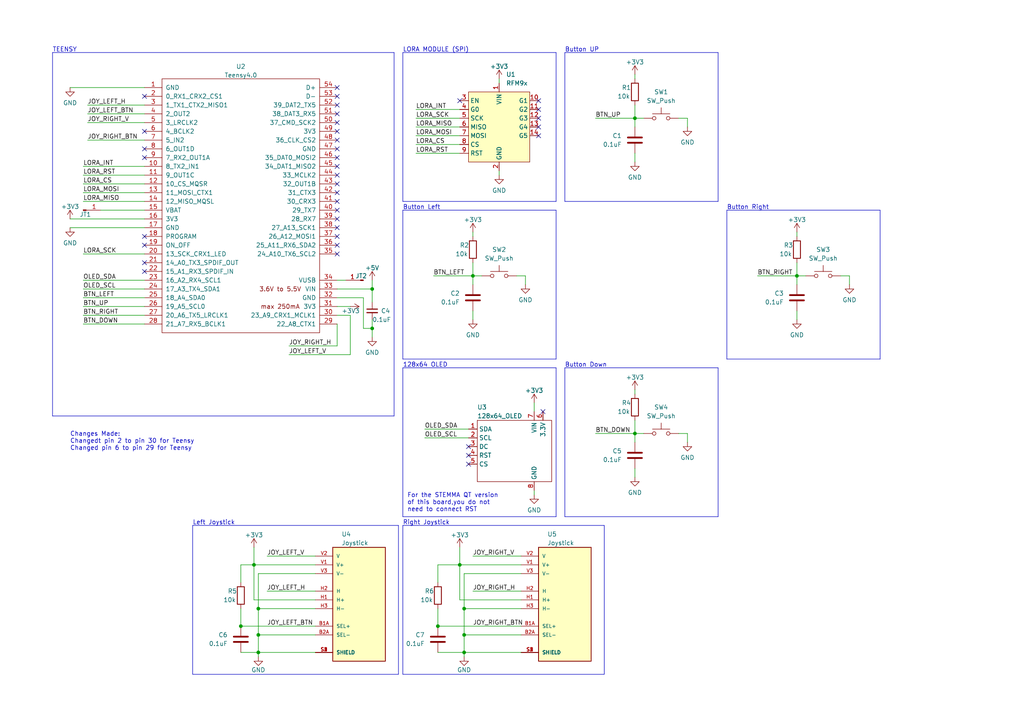
<source format=kicad_sch>
(kicad_sch (version 20230121) (generator eeschema)

  (uuid e7800a18-231a-46e4-a11d-7b12b7d75dd6)

  (paper "A4")

  (lib_symbols
    (symbol "128x64_OLED:128x64_OLED" (in_bom yes) (on_board yes)
      (property "Reference" "U" (at 12.7 1.27 0)
        (effects (font (size 1.27 1.27)))
      )
      (property "Value" "128x64_OLED" (at 5.08 1.27 0)
        (effects (font (size 1.27 1.27)))
      )
      (property "Footprint" "" (at 12.7 1.27 0)
        (effects (font (size 1.27 1.27)) hide)
      )
      (property "Datasheet" "" (at 12.7 1.27 0)
        (effects (font (size 1.27 1.27)) hide)
      )
      (symbol "128x64_OLED_0_1"
        (rectangle (start -24.13 19.05) (end -2.54 1.27)
          (stroke (width 0) (type default))
          (fill (type none))
        )
      )
      (symbol "128x64_OLED_1_1"
        (pin input line (at -26.67 16.51 0) (length 2.54)
          (name "SDA" (effects (font (size 1.27 1.27))))
          (number "1" (effects (font (size 1.27 1.27))))
        )
        (pin input line (at -26.67 13.97 0) (length 2.54)
          (name "SCL" (effects (font (size 1.27 1.27))))
          (number "2" (effects (font (size 1.27 1.27))))
        )
        (pin input line (at -26.67 11.43 0) (length 2.54)
          (name "DC" (effects (font (size 1.27 1.27))))
          (number "3" (effects (font (size 1.27 1.27))))
        )
        (pin input line (at -26.67 8.89 0) (length 2.54)
          (name "RST" (effects (font (size 1.27 1.27))))
          (number "4" (effects (font (size 1.27 1.27))))
        )
        (pin input line (at -26.67 6.35 0) (length 2.54)
          (name "CS" (effects (font (size 1.27 1.27))))
          (number "5" (effects (font (size 1.27 1.27))))
        )
        (pin power_in line (at -5.08 21.59 270) (length 2.54)
          (name "3.3V" (effects (font (size 1.27 1.27))))
          (number "6" (effects (font (size 1.27 1.27))))
        )
        (pin power_in line (at -7.62 21.59 270) (length 2.54)
          (name "VIN" (effects (font (size 1.27 1.27))))
          (number "7" (effects (font (size 1.27 1.27))))
        )
        (pin power_in line (at -7.62 -1.27 90) (length 2.54)
          (name "GND" (effects (font (size 1.27 1.27))))
          (number "8" (effects (font (size 1.27 1.27))))
        )
      )
    )
    (symbol "COM-09032:COM-09032" (pin_names (offset 1.016)) (in_bom yes) (on_board yes)
      (property "Reference" "U" (at -7.62 16.002 0)
        (effects (font (size 1.27 1.27)) (justify left bottom))
      )
      (property "Value" "COM-09032" (at -7.62 -20.32 0)
        (effects (font (size 1.27 1.27)) (justify left bottom))
      )
      (property "Footprint" "XDCR_COM-09032" (at 0 0 0)
        (effects (font (size 1.27 1.27)) (justify bottom) hide)
      )
      (property "Datasheet" "" (at 0 0 0)
        (effects (font (size 1.27 1.27)) hide)
      )
      (property "MAXIMUM_PACKAGE_HEIGHT" "30.1mm" (at 0 0 0)
        (effects (font (size 1.27 1.27)) (justify bottom) hide)
      )
      (property "PARTREV" "N/A" (at 0 0 0)
        (effects (font (size 1.27 1.27)) (justify bottom) hide)
      )
      (property "STANDARD" "Manufacturer Recommendations" (at 0 0 0)
        (effects (font (size 1.27 1.27)) (justify bottom) hide)
      )
      (property "MANUFACTURER" "SparkFun Electronics" (at 0 0 0)
        (effects (font (size 1.27 1.27)) (justify bottom) hide)
      )
      (symbol "COM-09032_0_0"
        (rectangle (start -7.62 -17.78) (end 7.62 15.24)
          (stroke (width 0.254) (type default))
          (fill (type background))
        )
        (pin passive line (at -12.7 -7.62 0) (length 5.08)
          (name "SEL+" (effects (font (size 1.016 1.016))))
          (number "B1A" (effects (font (size 1.016 1.016))))
        )
        (pin passive line (at -12.7 -10.16 0) (length 5.08)
          (name "SEL-" (effects (font (size 1.016 1.016))))
          (number "B2A" (effects (font (size 1.016 1.016))))
        )
        (pin passive line (at -12.7 0 0) (length 5.08)
          (name "H+" (effects (font (size 1.016 1.016))))
          (number "H1" (effects (font (size 1.016 1.016))))
        )
        (pin passive line (at -12.7 2.54 0) (length 5.08)
          (name "H" (effects (font (size 1.016 1.016))))
          (number "H2" (effects (font (size 1.016 1.016))))
        )
        (pin passive line (at -12.7 -2.54 0) (length 5.08)
          (name "H-" (effects (font (size 1.016 1.016))))
          (number "H3" (effects (font (size 1.016 1.016))))
        )
        (pin passive line (at -12.7 -15.24 0) (length 5.08)
          (name "SHIELD" (effects (font (size 1.016 1.016))))
          (number "S1" (effects (font (size 1.016 1.016))))
        )
        (pin passive line (at -12.7 -15.24 0) (length 5.08)
          (name "SHIELD" (effects (font (size 1.016 1.016))))
          (number "S2" (effects (font (size 1.016 1.016))))
        )
        (pin passive line (at -12.7 -15.24 0) (length 5.08)
          (name "SHIELD" (effects (font (size 1.016 1.016))))
          (number "S3" (effects (font (size 1.016 1.016))))
        )
        (pin passive line (at -12.7 -15.24 0) (length 5.08)
          (name "SHIELD" (effects (font (size 1.016 1.016))))
          (number "S4" (effects (font (size 1.016 1.016))))
        )
        (pin passive line (at -12.7 10.16 0) (length 5.08)
          (name "V+" (effects (font (size 1.016 1.016))))
          (number "V1" (effects (font (size 1.016 1.016))))
        )
        (pin passive line (at -12.7 12.7 0) (length 5.08)
          (name "V" (effects (font (size 1.016 1.016))))
          (number "V2" (effects (font (size 1.016 1.016))))
        )
        (pin passive line (at -12.7 7.62 0) (length 5.08)
          (name "V-" (effects (font (size 1.016 1.016))))
          (number "V3" (effects (font (size 1.016 1.016))))
        )
      )
    )
    (symbol "Connector:Conn_01x01_Male" (pin_names (offset 1.016) hide) (in_bom yes) (on_board yes)
      (property "Reference" "J" (at 0 2.54 0)
        (effects (font (size 1.27 1.27)))
      )
      (property "Value" "Conn_01x01_Male" (at 0 -2.54 0)
        (effects (font (size 1.27 1.27)))
      )
      (property "Footprint" "" (at 0 0 0)
        (effects (font (size 1.27 1.27)) hide)
      )
      (property "Datasheet" "~" (at 0 0 0)
        (effects (font (size 1.27 1.27)) hide)
      )
      (property "ki_keywords" "connector" (at 0 0 0)
        (effects (font (size 1.27 1.27)) hide)
      )
      (property "ki_description" "Generic connector, single row, 01x01, script generated (kicad-library-utils/schlib/autogen/connector/)" (at 0 0 0)
        (effects (font (size 1.27 1.27)) hide)
      )
      (property "ki_fp_filters" "Connector*:*" (at 0 0 0)
        (effects (font (size 1.27 1.27)) hide)
      )
      (symbol "Conn_01x01_Male_1_1"
        (polyline
          (pts
            (xy 1.27 0)
            (xy 0.8636 0)
          )
          (stroke (width 0.1524) (type default))
          (fill (type none))
        )
        (rectangle (start 0.8636 0.127) (end 0 -0.127)
          (stroke (width 0.1524) (type default))
          (fill (type outline))
        )
        (pin passive line (at 5.08 0 180) (length 3.81)
          (name "Pin_1" (effects (font (size 1.27 1.27))))
          (number "1" (effects (font (size 1.27 1.27))))
        )
      )
    )
    (symbol "Device:C" (pin_numbers hide) (pin_names (offset 0.254)) (in_bom yes) (on_board yes)
      (property "Reference" "C" (at 0.635 2.54 0)
        (effects (font (size 1.27 1.27)) (justify left))
      )
      (property "Value" "C" (at 0.635 -2.54 0)
        (effects (font (size 1.27 1.27)) (justify left))
      )
      (property "Footprint" "" (at 0.9652 -3.81 0)
        (effects (font (size 1.27 1.27)) hide)
      )
      (property "Datasheet" "~" (at 0 0 0)
        (effects (font (size 1.27 1.27)) hide)
      )
      (property "ki_keywords" "cap capacitor" (at 0 0 0)
        (effects (font (size 1.27 1.27)) hide)
      )
      (property "ki_description" "Unpolarized capacitor" (at 0 0 0)
        (effects (font (size 1.27 1.27)) hide)
      )
      (property "ki_fp_filters" "C_*" (at 0 0 0)
        (effects (font (size 1.27 1.27)) hide)
      )
      (symbol "C_0_1"
        (polyline
          (pts
            (xy -2.032 -0.762)
            (xy 2.032 -0.762)
          )
          (stroke (width 0.508) (type default))
          (fill (type none))
        )
        (polyline
          (pts
            (xy -2.032 0.762)
            (xy 2.032 0.762)
          )
          (stroke (width 0.508) (type default))
          (fill (type none))
        )
      )
      (symbol "C_1_1"
        (pin passive line (at 0 3.81 270) (length 2.794)
          (name "~" (effects (font (size 1.27 1.27))))
          (number "1" (effects (font (size 1.27 1.27))))
        )
        (pin passive line (at 0 -3.81 90) (length 2.794)
          (name "~" (effects (font (size 1.27 1.27))))
          (number "2" (effects (font (size 1.27 1.27))))
        )
      )
    )
    (symbol "Device:C_Small" (pin_numbers hide) (pin_names (offset 0.254) hide) (in_bom yes) (on_board yes)
      (property "Reference" "C" (at 0.254 1.778 0)
        (effects (font (size 1.27 1.27)) (justify left))
      )
      (property "Value" "C_Small" (at 0.254 -2.032 0)
        (effects (font (size 1.27 1.27)) (justify left))
      )
      (property "Footprint" "" (at 0 0 0)
        (effects (font (size 1.27 1.27)) hide)
      )
      (property "Datasheet" "~" (at 0 0 0)
        (effects (font (size 1.27 1.27)) hide)
      )
      (property "ki_keywords" "capacitor cap" (at 0 0 0)
        (effects (font (size 1.27 1.27)) hide)
      )
      (property "ki_description" "Unpolarized capacitor, small symbol" (at 0 0 0)
        (effects (font (size 1.27 1.27)) hide)
      )
      (property "ki_fp_filters" "C_*" (at 0 0 0)
        (effects (font (size 1.27 1.27)) hide)
      )
      (symbol "C_Small_0_1"
        (polyline
          (pts
            (xy -1.524 -0.508)
            (xy 1.524 -0.508)
          )
          (stroke (width 0.3302) (type default))
          (fill (type none))
        )
        (polyline
          (pts
            (xy -1.524 0.508)
            (xy 1.524 0.508)
          )
          (stroke (width 0.3048) (type default))
          (fill (type none))
        )
      )
      (symbol "C_Small_1_1"
        (pin passive line (at 0 2.54 270) (length 2.032)
          (name "~" (effects (font (size 1.27 1.27))))
          (number "1" (effects (font (size 1.27 1.27))))
        )
        (pin passive line (at 0 -2.54 90) (length 2.032)
          (name "~" (effects (font (size 1.27 1.27))))
          (number "2" (effects (font (size 1.27 1.27))))
        )
      )
    )
    (symbol "Device:R" (pin_numbers hide) (pin_names (offset 0)) (in_bom yes) (on_board yes)
      (property "Reference" "R" (at 2.032 0 90)
        (effects (font (size 1.27 1.27)))
      )
      (property "Value" "R" (at 0 0 90)
        (effects (font (size 1.27 1.27)))
      )
      (property "Footprint" "" (at -1.778 0 90)
        (effects (font (size 1.27 1.27)) hide)
      )
      (property "Datasheet" "~" (at 0 0 0)
        (effects (font (size 1.27 1.27)) hide)
      )
      (property "ki_keywords" "R res resistor" (at 0 0 0)
        (effects (font (size 1.27 1.27)) hide)
      )
      (property "ki_description" "Resistor" (at 0 0 0)
        (effects (font (size 1.27 1.27)) hide)
      )
      (property "ki_fp_filters" "R_*" (at 0 0 0)
        (effects (font (size 1.27 1.27)) hide)
      )
      (symbol "R_0_1"
        (rectangle (start -1.016 -2.54) (end 1.016 2.54)
          (stroke (width 0.254) (type default))
          (fill (type none))
        )
      )
      (symbol "R_1_1"
        (pin passive line (at 0 3.81 270) (length 1.27)
          (name "~" (effects (font (size 1.27 1.27))))
          (number "1" (effects (font (size 1.27 1.27))))
        )
        (pin passive line (at 0 -3.81 90) (length 1.27)
          (name "~" (effects (font (size 1.27 1.27))))
          (number "2" (effects (font (size 1.27 1.27))))
        )
      )
    )
    (symbol "GND_12" (power) (pin_names (offset 0)) (in_bom yes) (on_board yes)
      (property "Reference" "#PWR" (at 0 -6.35 0)
        (effects (font (size 1.27 1.27)) hide)
      )
      (property "Value" "GND_12" (at 0 -3.81 0)
        (effects (font (size 1.27 1.27)))
      )
      (property "Footprint" "" (at 0 0 0)
        (effects (font (size 1.27 1.27)) hide)
      )
      (property "Datasheet" "" (at 0 0 0)
        (effects (font (size 1.27 1.27)) hide)
      )
      (property "ki_keywords" "global power" (at 0 0 0)
        (effects (font (size 1.27 1.27)) hide)
      )
      (property "ki_description" "Power symbol creates a global label with name \"GND\" , ground" (at 0 0 0)
        (effects (font (size 1.27 1.27)) hide)
      )
      (symbol "GND_12_0_1"
        (polyline
          (pts
            (xy 0 0)
            (xy 0 -1.27)
            (xy 1.27 -1.27)
            (xy 0 -2.54)
            (xy -1.27 -1.27)
            (xy 0 -1.27)
          )
          (stroke (width 0) (type default))
          (fill (type none))
        )
      )
      (symbol "GND_12_1_1"
        (pin power_in line (at 0 0 270) (length 0) hide
          (name "GND" (effects (font (size 1.27 1.27))))
          (number "1" (effects (font (size 1.27 1.27))))
        )
      )
    )
    (symbol "GND_20" (power) (pin_names (offset 0)) (in_bom yes) (on_board yes)
      (property "Reference" "#PWR" (at 0 -6.35 0)
        (effects (font (size 1.27 1.27)) hide)
      )
      (property "Value" "GND_20" (at 0 -3.81 0)
        (effects (font (size 1.27 1.27)))
      )
      (property "Footprint" "" (at 0 0 0)
        (effects (font (size 1.27 1.27)) hide)
      )
      (property "Datasheet" "" (at 0 0 0)
        (effects (font (size 1.27 1.27)) hide)
      )
      (property "ki_keywords" "global power" (at 0 0 0)
        (effects (font (size 1.27 1.27)) hide)
      )
      (property "ki_description" "Power symbol creates a global label with name \"GND\" , ground" (at 0 0 0)
        (effects (font (size 1.27 1.27)) hide)
      )
      (symbol "GND_20_0_1"
        (polyline
          (pts
            (xy 0 0)
            (xy 0 -1.27)
            (xy 1.27 -1.27)
            (xy 0 -2.54)
            (xy -1.27 -1.27)
            (xy 0 -1.27)
          )
          (stroke (width 0) (type default))
          (fill (type none))
        )
      )
      (symbol "GND_20_1_1"
        (pin power_in line (at 0 0 270) (length 0) hide
          (name "GND" (effects (font (size 1.27 1.27))))
          (number "1" (effects (font (size 1.27 1.27))))
        )
      )
    )
    (symbol "GND_35" (power) (pin_names (offset 0)) (in_bom yes) (on_board yes)
      (property "Reference" "#PWR" (at 0 -6.35 0)
        (effects (font (size 1.27 1.27)) hide)
      )
      (property "Value" "GND_35" (at 0 -3.81 0)
        (effects (font (size 1.27 1.27)))
      )
      (property "Footprint" "" (at 0 0 0)
        (effects (font (size 1.27 1.27)) hide)
      )
      (property "Datasheet" "" (at 0 0 0)
        (effects (font (size 1.27 1.27)) hide)
      )
      (property "ki_keywords" "global power" (at 0 0 0)
        (effects (font (size 1.27 1.27)) hide)
      )
      (property "ki_description" "Power symbol creates a global label with name \"GND\" , ground" (at 0 0 0)
        (effects (font (size 1.27 1.27)) hide)
      )
      (symbol "GND_35_0_1"
        (polyline
          (pts
            (xy 0 0)
            (xy 0 -1.27)
            (xy 1.27 -1.27)
            (xy 0 -2.54)
            (xy -1.27 -1.27)
            (xy 0 -1.27)
          )
          (stroke (width 0) (type default))
          (fill (type none))
        )
      )
      (symbol "GND_35_1_1"
        (pin power_in line (at 0 0 270) (length 0) hide
          (name "GND" (effects (font (size 1.27 1.27))))
          (number "1" (effects (font (size 1.27 1.27))))
        )
      )
    )
    (symbol "RF_Module_OTHER:RMF9x" (in_bom yes) (on_board yes)
      (property "Reference" "U10" (at 2.0194 13.809 0)
        (effects (font (size 1.27 1.27)) (justify left))
      )
      (property "Value" "RFM9x" (at 2.0194 11.2721 0)
        (effects (font (size 1.27 1.27)) (justify left))
      )
      (property "Footprint" "" (at -11.43 7.62 0)
        (effects (font (size 1.27 1.27)) hide)
      )
      (property "Datasheet" "" (at -11.43 7.62 0)
        (effects (font (size 1.27 1.27)) hide)
      )
      (symbol "RMF9x_0_1"
        (rectangle (start -8.89 10.16) (end 8.89 -10.16)
          (stroke (width 0.1524) (type default))
          (fill (type background))
        )
      )
      (symbol "RMF9x_1_1"
        (pin power_in line (at 0 12.7 270) (length 2.54)
          (name "VIN" (effects (font (size 1.27 1.27))))
          (number "1" (effects (font (size 1.27 1.27))))
        )
        (pin input line (at 11.43 7.62 180) (length 2.54)
          (name "G1" (effects (font (size 1.27 1.27))))
          (number "10" (effects (font (size 1.27 1.27))))
        )
        (pin input line (at 11.43 5.08 180) (length 2.54)
          (name "G2" (effects (font (size 1.27 1.27))))
          (number "11" (effects (font (size 1.27 1.27))))
        )
        (pin input line (at 11.43 2.54 180) (length 2.54)
          (name "G3" (effects (font (size 1.27 1.27))))
          (number "12" (effects (font (size 1.27 1.27))))
        )
        (pin input line (at 11.43 0 180) (length 2.54)
          (name "G4" (effects (font (size 1.27 1.27))))
          (number "13" (effects (font (size 1.27 1.27))))
        )
        (pin input line (at 11.4062 -2.5281 180) (length 2.54)
          (name "G5" (effects (font (size 1.27 1.27))))
          (number "14" (effects (font (size 1.27 1.27))))
        )
        (pin power_in line (at 0 -12.7 90) (length 2.54)
          (name "GND" (effects (font (size 1.27 1.27))))
          (number "2" (effects (font (size 1.27 1.27))))
        )
        (pin input line (at -11.43 7.62 0) (length 2.54)
          (name "EN" (effects (font (size 1.27 1.27))))
          (number "3" (effects (font (size 1.27 1.27))))
        )
        (pin bidirectional line (at -11.43 5.08 0) (length 2.54)
          (name "G0" (effects (font (size 1.27 1.27))))
          (number "4" (effects (font (size 1.27 1.27))))
        )
        (pin input line (at -11.43 2.54 0) (length 2.54)
          (name "SCK" (effects (font (size 1.27 1.27))))
          (number "5" (effects (font (size 1.27 1.27))))
        )
        (pin output line (at -11.43 0 0) (length 2.54)
          (name "MISO" (effects (font (size 1.27 1.27))))
          (number "6" (effects (font (size 1.27 1.27))))
        )
        (pin input line (at -11.43 -2.54 0) (length 2.54)
          (name "MOSI" (effects (font (size 1.27 1.27))))
          (number "7" (effects (font (size 1.27 1.27))))
        )
        (pin input line (at -11.43 -5.08 0) (length 2.54)
          (name "CS" (effects (font (size 1.27 1.27))))
          (number "8" (effects (font (size 1.27 1.27))))
        )
        (pin input line (at -11.43 -7.62 0) (length 2.54)
          (name "RST" (effects (font (size 1.27 1.27))))
          (number "9" (effects (font (size 1.27 1.27))))
        )
      )
    )
    (symbol "Switch:SW_Push" (pin_numbers hide) (pin_names (offset 1.016) hide) (in_bom yes) (on_board yes)
      (property "Reference" "SW" (at 1.27 2.54 0)
        (effects (font (size 1.27 1.27)) (justify left))
      )
      (property "Value" "SW_Push" (at 0 -1.524 0)
        (effects (font (size 1.27 1.27)))
      )
      (property "Footprint" "" (at 0 5.08 0)
        (effects (font (size 1.27 1.27)) hide)
      )
      (property "Datasheet" "~" (at 0 5.08 0)
        (effects (font (size 1.27 1.27)) hide)
      )
      (property "ki_keywords" "switch normally-open pushbutton push-button" (at 0 0 0)
        (effects (font (size 1.27 1.27)) hide)
      )
      (property "ki_description" "Push button switch, generic, two pins" (at 0 0 0)
        (effects (font (size 1.27 1.27)) hide)
      )
      (symbol "SW_Push_0_1"
        (circle (center -2.032 0) (radius 0.508)
          (stroke (width 0) (type default))
          (fill (type none))
        )
        (polyline
          (pts
            (xy 0 1.27)
            (xy 0 3.048)
          )
          (stroke (width 0) (type default))
          (fill (type none))
        )
        (polyline
          (pts
            (xy 2.54 1.27)
            (xy -2.54 1.27)
          )
          (stroke (width 0) (type default))
          (fill (type none))
        )
        (circle (center 2.032 0) (radius 0.508)
          (stroke (width 0) (type default))
          (fill (type none))
        )
        (pin passive line (at -5.08 0 0) (length 2.54)
          (name "1" (effects (font (size 1.27 1.27))))
          (number "1" (effects (font (size 1.27 1.27))))
        )
        (pin passive line (at 5.08 0 180) (length 2.54)
          (name "2" (effects (font (size 1.27 1.27))))
          (number "2" (effects (font (size 1.27 1.27))))
        )
      )
    )
    (symbol "power:+3V3" (power) (pin_names (offset 0)) (in_bom yes) (on_board yes)
      (property "Reference" "#PWR" (at 0 -3.81 0)
        (effects (font (size 1.27 1.27)) hide)
      )
      (property "Value" "+3V3" (at 0 3.556 0)
        (effects (font (size 1.27 1.27)))
      )
      (property "Footprint" "" (at 0 0 0)
        (effects (font (size 1.27 1.27)) hide)
      )
      (property "Datasheet" "" (at 0 0 0)
        (effects (font (size 1.27 1.27)) hide)
      )
      (property "ki_keywords" "global power" (at 0 0 0)
        (effects (font (size 1.27 1.27)) hide)
      )
      (property "ki_description" "Power symbol creates a global label with name \"+3V3\"" (at 0 0 0)
        (effects (font (size 1.27 1.27)) hide)
      )
      (symbol "+3V3_0_1"
        (polyline
          (pts
            (xy -0.762 1.27)
            (xy 0 2.54)
          )
          (stroke (width 0) (type default))
          (fill (type none))
        )
        (polyline
          (pts
            (xy 0 0)
            (xy 0 2.54)
          )
          (stroke (width 0) (type default))
          (fill (type none))
        )
        (polyline
          (pts
            (xy 0 2.54)
            (xy 0.762 1.27)
          )
          (stroke (width 0) (type default))
          (fill (type none))
        )
      )
      (symbol "+3V3_1_1"
        (pin power_in line (at 0 0 90) (length 0) hide
          (name "+3V3" (effects (font (size 1.27 1.27))))
          (number "1" (effects (font (size 1.27 1.27))))
        )
      )
    )
    (symbol "power:+5V" (power) (pin_names (offset 0)) (in_bom yes) (on_board yes)
      (property "Reference" "#PWR" (at 0 -3.81 0)
        (effects (font (size 1.27 1.27)) hide)
      )
      (property "Value" "+5V" (at 0 3.556 0)
        (effects (font (size 1.27 1.27)))
      )
      (property "Footprint" "" (at 0 0 0)
        (effects (font (size 1.27 1.27)) hide)
      )
      (property "Datasheet" "" (at 0 0 0)
        (effects (font (size 1.27 1.27)) hide)
      )
      (property "ki_keywords" "global power" (at 0 0 0)
        (effects (font (size 1.27 1.27)) hide)
      )
      (property "ki_description" "Power symbol creates a global label with name \"+5V\"" (at 0 0 0)
        (effects (font (size 1.27 1.27)) hide)
      )
      (symbol "+5V_0_1"
        (polyline
          (pts
            (xy -0.762 1.27)
            (xy 0 2.54)
          )
          (stroke (width 0) (type default))
          (fill (type none))
        )
        (polyline
          (pts
            (xy 0 0)
            (xy 0 2.54)
          )
          (stroke (width 0) (type default))
          (fill (type none))
        )
        (polyline
          (pts
            (xy 0 2.54)
            (xy 0.762 1.27)
          )
          (stroke (width 0) (type default))
          (fill (type none))
        )
      )
      (symbol "+5V_1_1"
        (pin power_in line (at 0 0 90) (length 0) hide
          (name "+5V" (effects (font (size 1.27 1.27))))
          (number "1" (effects (font (size 1.27 1.27))))
        )
      )
    )
    (symbol "teensy:Teensy4.0" (pin_names (offset 1.016)) (in_bom yes) (on_board yes)
      (property "Reference" "U" (at 0 39.37 0)
        (effects (font (size 1.27 1.27)))
      )
      (property "Value" "Teensy4.0" (at 0 -39.37 0)
        (effects (font (size 1.27 1.27)))
      )
      (property "Footprint" "" (at -10.16 5.08 0)
        (effects (font (size 1.27 1.27)) hide)
      )
      (property "Datasheet" "" (at -10.16 5.08 0)
        (effects (font (size 1.27 1.27)) hide)
      )
      (symbol "Teensy4.0_0_0"
        (text "3.6V to 5.5V" (at 11.43 -24.13 0)
          (effects (font (size 1.27 1.27)))
        )
        (text "max 250mA" (at 11.43 -29.21 0)
          (effects (font (size 1.27 1.27)))
        )
        (pin bidirectional line (at -27.94 11.43 0) (length 5.08)
          (name "8_TX2_IN1" (effects (font (size 1.27 1.27))))
          (number "10" (effects (font (size 1.27 1.27))))
        )
        (pin bidirectional line (at -27.94 8.89 0) (length 5.08)
          (name "9_OUT1C" (effects (font (size 1.27 1.27))))
          (number "11" (effects (font (size 1.27 1.27))))
        )
        (pin bidirectional line (at -27.94 6.35 0) (length 5.08)
          (name "10_CS_MQSR" (effects (font (size 1.27 1.27))))
          (number "12" (effects (font (size 1.27 1.27))))
        )
        (pin bidirectional line (at -27.94 3.81 0) (length 5.08)
          (name "11_MOSI_CTX1" (effects (font (size 1.27 1.27))))
          (number "13" (effects (font (size 1.27 1.27))))
        )
        (pin bidirectional line (at -27.94 1.27 0) (length 5.08)
          (name "12_MISO_MQSL" (effects (font (size 1.27 1.27))))
          (number "14" (effects (font (size 1.27 1.27))))
        )
        (pin power_in line (at -27.94 -1.27 0) (length 5.08)
          (name "VBAT" (effects (font (size 1.27 1.27))))
          (number "15" (effects (font (size 1.27 1.27))))
        )
        (pin power_in line (at -27.94 -3.81 0) (length 5.08)
          (name "3V3" (effects (font (size 1.27 1.27))))
          (number "16" (effects (font (size 1.27 1.27))))
        )
        (pin power_in line (at -27.94 -6.35 0) (length 5.08)
          (name "GND" (effects (font (size 1.27 1.27))))
          (number "17" (effects (font (size 1.27 1.27))))
        )
        (pin input line (at -27.94 -8.89 0) (length 5.08)
          (name "PROGRAM" (effects (font (size 1.27 1.27))))
          (number "18" (effects (font (size 1.27 1.27))))
        )
        (pin input line (at -27.94 -11.43 0) (length 5.08)
          (name "ON_OFF" (effects (font (size 1.27 1.27))))
          (number "19" (effects (font (size 1.27 1.27))))
        )
        (pin bidirectional line (at -27.94 -13.97 0) (length 5.08)
          (name "13_SCK_CRX1_LED" (effects (font (size 1.27 1.27))))
          (number "20" (effects (font (size 1.27 1.27))))
        )
        (pin bidirectional line (at -27.94 -16.51 0) (length 5.08)
          (name "14_A0_TX3_SPDIF_OUT" (effects (font (size 1.27 1.27))))
          (number "21" (effects (font (size 1.27 1.27))))
        )
        (pin bidirectional line (at -27.94 -19.05 0) (length 5.08)
          (name "15_A1_RX3_SPDIF_IN" (effects (font (size 1.27 1.27))))
          (number "22" (effects (font (size 1.27 1.27))))
        )
        (pin bidirectional line (at -27.94 -21.59 0) (length 5.08)
          (name "16_A2_RX4_SCL1" (effects (font (size 1.27 1.27))))
          (number "23" (effects (font (size 1.27 1.27))))
        )
        (pin bidirectional line (at -27.94 -24.13 0) (length 5.08)
          (name "17_A3_TX4_SDA1" (effects (font (size 1.27 1.27))))
          (number "24" (effects (font (size 1.27 1.27))))
        )
        (pin bidirectional line (at -27.94 -26.67 0) (length 5.08)
          (name "18_A4_SDA0" (effects (font (size 1.27 1.27))))
          (number "25" (effects (font (size 1.27 1.27))))
        )
        (pin bidirectional line (at -27.94 -29.21 0) (length 5.08)
          (name "19_A5_SCL0" (effects (font (size 1.27 1.27))))
          (number "26" (effects (font (size 1.27 1.27))))
        )
        (pin bidirectional line (at -27.94 -31.75 0) (length 5.08)
          (name "20_A6_TX5_LRCLK1" (effects (font (size 1.27 1.27))))
          (number "27" (effects (font (size 1.27 1.27))))
        )
        (pin bidirectional line (at -27.94 -34.29 0) (length 5.08)
          (name "21_A7_RX5_BCLK1" (effects (font (size 1.27 1.27))))
          (number "28" (effects (font (size 1.27 1.27))))
        )
        (pin bidirectional line (at 27.94 -34.29 180) (length 5.08)
          (name "22_A8_CTX1" (effects (font (size 1.27 1.27))))
          (number "29" (effects (font (size 1.27 1.27))))
        )
        (pin bidirectional line (at 27.94 -31.75 180) (length 5.08)
          (name "23_A9_CRX1_MCLK1" (effects (font (size 1.27 1.27))))
          (number "30" (effects (font (size 1.27 1.27))))
        )
        (pin power_out line (at 27.94 -29.21 180) (length 5.08)
          (name "3V3" (effects (font (size 1.27 1.27))))
          (number "31" (effects (font (size 1.27 1.27))))
        )
        (pin power_in line (at 27.94 -26.67 180) (length 5.08)
          (name "GND" (effects (font (size 1.27 1.27))))
          (number "32" (effects (font (size 1.27 1.27))))
        )
        (pin power_in line (at 27.94 -24.13 180) (length 5.08)
          (name "VIN" (effects (font (size 1.27 1.27))))
          (number "33" (effects (font (size 1.27 1.27))))
        )
        (pin power_out line (at 27.94 -21.59 180) (length 5.08)
          (name "VUSB" (effects (font (size 1.27 1.27))))
          (number "34" (effects (font (size 1.27 1.27))))
        )
        (pin bidirectional line (at 27.94 -13.97 180) (length 5.08)
          (name "24_A10_TX6_SCL2" (effects (font (size 1.27 1.27))))
          (number "35" (effects (font (size 1.27 1.27))))
        )
        (pin bidirectional line (at 27.94 -11.43 180) (length 5.08)
          (name "25_A11_RX6_SDA2" (effects (font (size 1.27 1.27))))
          (number "36" (effects (font (size 1.27 1.27))))
        )
        (pin bidirectional line (at 27.94 -8.89 180) (length 5.08)
          (name "26_A12_MOSI1" (effects (font (size 1.27 1.27))))
          (number "37" (effects (font (size 1.27 1.27))))
        )
        (pin bidirectional line (at 27.94 -6.35 180) (length 5.08)
          (name "27_A13_SCK1" (effects (font (size 1.27 1.27))))
          (number "38" (effects (font (size 1.27 1.27))))
        )
        (pin bidirectional line (at 27.94 -3.81 180) (length 5.08)
          (name "28_RX7" (effects (font (size 1.27 1.27))))
          (number "39" (effects (font (size 1.27 1.27))))
        )
        (pin bidirectional line (at 27.94 -1.27 180) (length 5.08)
          (name "29_TX7" (effects (font (size 1.27 1.27))))
          (number "40" (effects (font (size 1.27 1.27))))
        )
        (pin bidirectional line (at 27.94 1.27 180) (length 5.08)
          (name "30_CRX3" (effects (font (size 1.27 1.27))))
          (number "41" (effects (font (size 1.27 1.27))))
        )
        (pin bidirectional line (at 27.94 3.81 180) (length 5.08)
          (name "31_CTX3" (effects (font (size 1.27 1.27))))
          (number "42" (effects (font (size 1.27 1.27))))
        )
        (pin bidirectional line (at 27.94 6.35 180) (length 5.08)
          (name "32_OUT1B" (effects (font (size 1.27 1.27))))
          (number "43" (effects (font (size 1.27 1.27))))
        )
        (pin bidirectional line (at 27.94 8.89 180) (length 5.08)
          (name "33_MCLK2" (effects (font (size 1.27 1.27))))
          (number "44" (effects (font (size 1.27 1.27))))
        )
        (pin bidirectional line (at 27.94 11.43 180) (length 5.08)
          (name "34_DAT1_MISO2" (effects (font (size 1.27 1.27))))
          (number "45" (effects (font (size 1.27 1.27))))
        )
        (pin bidirectional line (at 27.94 13.97 180) (length 5.08)
          (name "35_DAT0_MOSI2" (effects (font (size 1.27 1.27))))
          (number "46" (effects (font (size 1.27 1.27))))
        )
        (pin power_out line (at 27.94 16.51 180) (length 5.08)
          (name "GND" (effects (font (size 1.27 1.27))))
          (number "47" (effects (font (size 1.27 1.27))))
        )
        (pin bidirectional line (at 27.94 19.05 180) (length 5.08)
          (name "36_CLK_CS2" (effects (font (size 1.27 1.27))))
          (number "48" (effects (font (size 1.27 1.27))))
        )
        (pin power_out line (at 27.94 21.59 180) (length 5.08)
          (name "3V3" (effects (font (size 1.27 1.27))))
          (number "49" (effects (font (size 1.27 1.27))))
        )
        (pin bidirectional line (at -27.94 24.13 0) (length 5.08)
          (name "3_LRCLK2" (effects (font (size 1.27 1.27))))
          (number "5" (effects (font (size 1.27 1.27))))
        )
        (pin bidirectional line (at 27.94 24.13 180) (length 5.08)
          (name "37_CMD_SCK2" (effects (font (size 1.27 1.27))))
          (number "50" (effects (font (size 1.27 1.27))))
        )
        (pin bidirectional line (at 27.94 26.67 180) (length 5.08)
          (name "38_DAT3_RX5" (effects (font (size 1.27 1.27))))
          (number "51" (effects (font (size 1.27 1.27))))
        )
        (pin bidirectional line (at 27.94 29.21 180) (length 5.08)
          (name "39_DAT2_TX5" (effects (font (size 1.27 1.27))))
          (number "52" (effects (font (size 1.27 1.27))))
        )
        (pin bidirectional line (at 27.94 31.75 180) (length 5.08)
          (name "D-" (effects (font (size 1.27 1.27))))
          (number "53" (effects (font (size 1.27 1.27))))
        )
        (pin bidirectional line (at 27.94 34.29 180) (length 5.08)
          (name "D+" (effects (font (size 1.27 1.27))))
          (number "54" (effects (font (size 1.27 1.27))))
        )
        (pin bidirectional line (at -27.94 21.59 0) (length 5.08)
          (name "4_BCLK2" (effects (font (size 1.27 1.27))))
          (number "6" (effects (font (size 1.27 1.27))))
        )
        (pin bidirectional line (at -27.94 19.05 0) (length 5.08)
          (name "5_IN2" (effects (font (size 1.27 1.27))))
          (number "7" (effects (font (size 1.27 1.27))))
        )
        (pin bidirectional line (at -27.94 16.51 0) (length 5.08)
          (name "6_OUT1D" (effects (font (size 1.27 1.27))))
          (number "8" (effects (font (size 1.27 1.27))))
        )
        (pin bidirectional line (at -27.94 13.97 0) (length 5.08)
          (name "7_RX2_OUT1A" (effects (font (size 1.27 1.27))))
          (number "9" (effects (font (size 1.27 1.27))))
        )
      )
      (symbol "Teensy4.0_0_1"
        (rectangle (start -22.86 36.83) (end 22.86 -36.83)
          (stroke (width 0) (type default))
          (fill (type none))
        )
        (rectangle (start -20.32 -31.75) (end -20.32 -31.75)
          (stroke (width 0) (type default))
          (fill (type none))
        )
      )
      (symbol "Teensy4.0_1_1"
        (pin power_in line (at -27.94 34.29 0) (length 5.08)
          (name "GND" (effects (font (size 1.27 1.27))))
          (number "1" (effects (font (size 1.27 1.27))))
        )
        (pin bidirectional line (at -27.94 31.75 0) (length 5.08)
          (name "0_RX1_CRX2_CS1" (effects (font (size 1.27 1.27))))
          (number "2" (effects (font (size 1.27 1.27))))
        )
        (pin bidirectional line (at -27.94 29.21 0) (length 5.08)
          (name "1_TX1_CTX2_MISO1" (effects (font (size 1.27 1.27))))
          (number "3" (effects (font (size 1.27 1.27))))
        )
        (pin bidirectional line (at -27.94 26.67 0) (length 5.08)
          (name "2_OUT2" (effects (font (size 1.27 1.27))))
          (number "4" (effects (font (size 1.27 1.27))))
        )
      )
    )
  )

  (junction (at 107.95 83.82) (diameter 0) (color 0 0 0 0)
    (uuid 10bf8e36-638d-45ef-ac42-40304d973742)
  )
  (junction (at 134.62 184.15) (diameter 0) (color 0 0 0 0)
    (uuid 12e3cc5d-0a86-43ff-8b30-f37be2257973)
  )
  (junction (at 107.95 95.25) (diameter 0) (color 0 0 0 0)
    (uuid 1db4ea47-4ab9-4dec-a1fd-cfa8b88a5143)
  )
  (junction (at 74.93 184.15) (diameter 0) (color 0 0 0 0)
    (uuid 2dbf25ca-ea86-4c6f-860c-52d82c361023)
  )
  (junction (at 74.93 189.23) (diameter 0) (color 0 0 0 0)
    (uuid 2feba8dd-117f-4b68-927e-17696cb39a0b)
  )
  (junction (at 134.62 176.53) (diameter 0) (color 0 0 0 0)
    (uuid 3693626a-c3f0-4fdb-bca7-02f9fda41878)
  )
  (junction (at 127 181.61) (diameter 0) (color 0 0 0 0)
    (uuid 6980542f-f7a4-41f1-80b4-e9b45b24023a)
  )
  (junction (at 184.15 125.73) (diameter 0) (color 0 0 0 0)
    (uuid 6ebd106f-3a59-4ce5-a34a-96e73684d6b0)
  )
  (junction (at 137.16 80.01) (diameter 0) (color 0 0 0 0)
    (uuid a6985c2e-b4f5-4a05-82c9-f06f039d39ae)
  )
  (junction (at 74.93 176.53) (diameter 0) (color 0 0 0 0)
    (uuid b95fb99f-5832-4a26-a29a-2194c2e15895)
  )
  (junction (at 184.15 34.29) (diameter 0) (color 0 0 0 0)
    (uuid c7a461e4-0947-45e2-944a-677c545e20a7)
  )
  (junction (at 133.35 163.83) (diameter 0) (color 0 0 0 0)
    (uuid de2b5c04-266c-4098-afd9-b2c9ebdfdc24)
  )
  (junction (at 231.14 80.01) (diameter 0) (color 0 0 0 0)
    (uuid df3f3740-f0d9-45c9-b0a6-c2362ad579d4)
  )
  (junction (at 69.85 181.61) (diameter 0) (color 0 0 0 0)
    (uuid e7c1e019-23db-4c01-aef3-ae708444d8d3)
  )
  (junction (at 73.66 163.83) (diameter 0) (color 0 0 0 0)
    (uuid ed1e61db-202d-4a44-af05-c5a0330d1434)
  )
  (junction (at 134.62 189.23) (diameter 0) (color 0 0 0 0)
    (uuid fc709d86-dfa2-475b-8dbc-4f3635dbd590)
  )

  (no_connect (at 97.79 50.8) (uuid 00e786c2-6cb7-40f8-b121-4d93f12d91ed))
  (no_connect (at 97.79 27.94) (uuid 02cd2921-b015-4ca5-8c68-cd7cd74989db))
  (no_connect (at 97.79 55.88) (uuid 0e2b9995-bc7f-4c2e-b0b5-c8fef1b7c264))
  (no_connect (at 97.79 35.56) (uuid 1adf141b-5b35-4583-be81-53478309cd2c))
  (no_connect (at 41.91 38.1) (uuid 1f0d8f8c-618d-4a44-8244-35803b3f1278))
  (no_connect (at 97.79 68.58) (uuid 3aa87932-2d09-4c4a-b984-5c3537913abe))
  (no_connect (at 97.79 38.1) (uuid 3d3440c6-c3bb-4488-a923-7677eae0052e))
  (no_connect (at 97.79 73.66) (uuid 62f83981-dac6-407b-9cf6-49b96b19e490))
  (no_connect (at 97.79 63.5) (uuid 696c5d1f-b19c-4879-afbb-36d7236b4d59))
  (no_connect (at 156.21 31.75) (uuid 6bd006ea-993f-4758-b364-e6859534a27b))
  (no_connect (at 97.79 30.48) (uuid 76fb4fa1-fe54-4390-aa48-10b31243cd0f))
  (no_connect (at 135.89 134.62) (uuid 82ee8d14-a74a-4c90-a6a9-21c4877c9367))
  (no_connect (at 135.89 132.08) (uuid 82ee8d14-a74a-4c90-a6a9-21c4877c9368))
  (no_connect (at 135.89 129.54) (uuid 82ee8d14-a74a-4c90-a6a9-21c4877c9369))
  (no_connect (at 97.79 66.04) (uuid a2dad02c-9d32-423e-bfbf-cc0862321d30))
  (no_connect (at 97.79 45.72) (uuid a4a9e41e-77db-4fcc-8da3-335dcfbc7c1f))
  (no_connect (at 97.79 25.4) (uuid a7114136-47a4-4bf7-80e3-859826f5f411))
  (no_connect (at 156.21 34.29) (uuid a842bb73-347f-45ad-aeba-6e3aa708352c))
  (no_connect (at 97.79 43.18) (uuid a9b2ec9a-cc10-4fa7-9fc9-409b292cf4db))
  (no_connect (at 97.79 60.96) (uuid b778fc29-33ee-466a-a744-927e7ffda44a))
  (no_connect (at 97.79 53.34) (uuid b8bcfe14-a5d1-4ac7-90d3-a96ad8b58757))
  (no_connect (at 97.79 33.02) (uuid b9a754ad-10c4-4bf2-a5e2-00de0cdd3a46))
  (no_connect (at 156.21 36.83) (uuid c60dc7c6-514c-43b7-8629-b8266ebb8185))
  (no_connect (at 97.79 40.64) (uuid ce51b262-0840-424a-ae9b-c2aba9ae8017))
  (no_connect (at 133.35 29.21) (uuid ce88af8e-0ba5-47aa-b153-728e6671de5f))
  (no_connect (at 157.48 119.38) (uuid e2c82de0-5e5f-40ec-9eae-a906e215b039))
  (no_connect (at 156.21 39.37) (uuid e79c8c9d-80a8-4404-bac0-c4c5fc30954b))
  (no_connect (at 156.21 29.21) (uuid e92977e9-eebb-4211-b650-e8a16f72ecd3))
  (no_connect (at 41.91 27.94) (uuid e975427d-fbb5-40a4-8652-df24c1336ec7))
  (no_connect (at 97.79 71.12) (uuid ee40885a-b4f0-489a-ac9b-88e40492928d))
  (no_connect (at 97.79 48.26) (uuid f3bed90f-07e5-40e0-a2e1-5e10267c6046))
  (no_connect (at 41.91 43.18) (uuid f4e869e2-480b-481c-bc5b-7ca6a7e039ce))
  (no_connect (at 41.91 45.72) (uuid f4e869e2-480b-481c-bc5b-7ca6a7e039cf))
  (no_connect (at 41.91 71.12) (uuid f4e869e2-480b-481c-bc5b-7ca6a7e039d0))
  (no_connect (at 41.91 68.58) (uuid f4e869e2-480b-481c-bc5b-7ca6a7e039d1))
  (no_connect (at 41.91 76.2) (uuid f4e869e2-480b-481c-bc5b-7ca6a7e039d2))
  (no_connect (at 41.91 78.74) (uuid f4e869e2-480b-481c-bc5b-7ca6a7e039d3))
  (no_connect (at 97.79 58.42) (uuid f80931e6-3d18-4075-892e-70ce70be6d31))

  (polyline (pts (xy 161.29 60.96) (xy 161.29 104.14))
    (stroke (width 0) (type default))
    (uuid 00450802-dfa7-4c3f-b2e2-6f857f989fa8)
  )
  (polyline (pts (xy 210.82 60.96) (xy 210.82 104.14))
    (stroke (width 0) (type default))
    (uuid 02df5413-2cb9-49f3-b595-920e9b89ebd2)
  )
  (polyline (pts (xy 163.83 106.68) (xy 163.83 149.86))
    (stroke (width 0) (type default))
    (uuid 036a4881-7c8a-4b24-ac15-d19ddd97370f)
  )

  (wire (pts (xy 107.95 87.63) (xy 107.95 83.82))
    (stroke (width 0) (type default))
    (uuid 0393d884-f1f7-4bfa-a28c-7136037f1099)
  )
  (polyline (pts (xy 163.83 149.86) (xy 208.28 149.86))
    (stroke (width 0) (type default))
    (uuid 0e0dfd82-24d5-4e79-8ab1-f383efb7792e)
  )
  (polyline (pts (xy 208.28 15.24) (xy 163.83 15.24))
    (stroke (width 0) (type default))
    (uuid 0e1efe17-6d41-4611-bc1b-d32d34e40d9e)
  )

  (wire (pts (xy 137.16 161.29) (xy 151.13 161.29))
    (stroke (width 0) (type default))
    (uuid 0f234b12-0490-4ed2-9b34-1cbac6800a8e)
  )
  (wire (pts (xy 184.15 30.48) (xy 184.15 34.29))
    (stroke (width 0) (type default))
    (uuid 11509cab-1e86-4f33-b0b7-831074dbb0d3)
  )
  (polyline (pts (xy 115.57 152.4) (xy 115.57 195.58))
    (stroke (width 0) (type default))
    (uuid 13372242-fbe1-4142-a3b1-10e38a97eaa3)
  )

  (wire (pts (xy 24.13 50.8) (xy 41.91 50.8))
    (stroke (width 0) (type default))
    (uuid 13376fe7-e84d-4ded-903b-5bbf40447883)
  )
  (wire (pts (xy 134.62 189.23) (xy 151.13 189.23))
    (stroke (width 0) (type default))
    (uuid 17508665-5486-4a8e-91b7-9199d062dab2)
  )
  (wire (pts (xy 133.35 163.83) (xy 133.35 158.75))
    (stroke (width 0) (type default))
    (uuid 199ae4cb-2cb0-4d34-b5b6-89fcae9b1519)
  )
  (wire (pts (xy 24.13 81.28) (xy 41.91 81.28))
    (stroke (width 0) (type default))
    (uuid 1aa07435-8e99-451b-acde-14c0129ca90a)
  )
  (wire (pts (xy 25.4 40.64) (xy 41.91 40.64))
    (stroke (width 0) (type default))
    (uuid 1b617c7f-a358-4d7c-aa91-bb2f0dd4c21c)
  )
  (polyline (pts (xy 210.82 104.14) (xy 255.27 104.14))
    (stroke (width 0) (type default))
    (uuid 1d0094c5-1e44-4e85-a03f-a2efa3353d05)
  )

  (wire (pts (xy 199.39 125.73) (xy 199.39 128.27))
    (stroke (width 0) (type default))
    (uuid 1d8b26a6-1bd4-478e-a949-46a08976c8e4)
  )
  (wire (pts (xy 24.13 91.44) (xy 41.91 91.44))
    (stroke (width 0) (type default))
    (uuid 22abbed0-d162-4b0a-b836-15537eeacdf2)
  )
  (wire (pts (xy 123.19 124.46) (xy 135.89 124.46))
    (stroke (width 0) (type default))
    (uuid 26c04b92-e0f7-4fce-8bce-8ff6c2cb18a4)
  )
  (wire (pts (xy 137.16 80.01) (xy 125.73 80.01))
    (stroke (width 0) (type default))
    (uuid 28e758c5-1e01-4f33-a578-0d064a0378ee)
  )
  (wire (pts (xy 24.13 55.88) (xy 41.91 55.88))
    (stroke (width 0) (type default))
    (uuid 2ced94e4-e688-49c1-9fda-72db49abeb4c)
  )
  (wire (pts (xy 73.66 173.99) (xy 73.66 163.83))
    (stroke (width 0) (type default))
    (uuid 2d687453-12f5-4270-a925-eef1992dac48)
  )
  (wire (pts (xy 77.47 161.29) (xy 91.44 161.29))
    (stroke (width 0) (type default))
    (uuid 2def6ed5-7a67-4553-a647-e443a7a53e35)
  )
  (wire (pts (xy 83.82 102.87) (xy 101.6 102.87))
    (stroke (width 0) (type default))
    (uuid 2e9f5297-7925-41b6-afee-c1c7e364d0b3)
  )
  (wire (pts (xy 134.62 166.37) (xy 134.62 176.53))
    (stroke (width 0) (type default))
    (uuid 2ea674f4-8a30-4b9b-9b5a-3d2172a37d2f)
  )
  (wire (pts (xy 134.62 184.15) (xy 151.13 184.15))
    (stroke (width 0) (type default))
    (uuid 2fb8d1a4-65fe-46a3-88b1-81a13a6d3d99)
  )
  (wire (pts (xy 127 168.91) (xy 127 163.83))
    (stroke (width 0) (type default))
    (uuid 3127c26b-67a7-45c9-80b7-f89985537f6b)
  )
  (wire (pts (xy 127 181.61) (xy 151.13 181.61))
    (stroke (width 0) (type default))
    (uuid 314a2d11-d17b-4b8e-bc70-d96b47716f42)
  )
  (polyline (pts (xy 15.24 120.65) (xy 114.3 120.65))
    (stroke (width 0) (type default))
    (uuid 31a44cf4-5cc9-4f9d-acb6-6fd6624b89fd)
  )

  (wire (pts (xy 233.68 80.01) (xy 231.14 80.01))
    (stroke (width 0) (type default))
    (uuid 34ec3b12-3d36-4741-86d7-a0a00674ee31)
  )
  (wire (pts (xy 127 176.53) (xy 127 181.61))
    (stroke (width 0) (type default))
    (uuid 34f934f6-d5c4-4125-9724-ac3528108610)
  )
  (polyline (pts (xy 55.88 152.4) (xy 55.88 195.58))
    (stroke (width 0) (type default))
    (uuid 3531f785-0a8e-4f42-92c5-a73a847219e4)
  )

  (wire (pts (xy 184.15 121.92) (xy 184.15 125.73))
    (stroke (width 0) (type default))
    (uuid 35528633-fae0-4888-b402-c29691538f58)
  )
  (wire (pts (xy 196.85 34.29) (xy 199.39 34.29))
    (stroke (width 0) (type default))
    (uuid 35a7741c-22a7-4ebe-aa52-f60045bff0d0)
  )
  (wire (pts (xy 69.85 189.23) (xy 74.93 189.23))
    (stroke (width 0) (type default))
    (uuid 36e9b159-3ebc-4eb8-85aa-8e5cf5f72316)
  )
  (wire (pts (xy 184.15 44.45) (xy 184.15 46.99))
    (stroke (width 0) (type default))
    (uuid 37fa6b01-129a-4e0b-9d08-7dfed3a9a3e8)
  )
  (wire (pts (xy 24.13 83.82) (xy 41.91 83.82))
    (stroke (width 0) (type default))
    (uuid 3c91eca7-2dfa-43cf-ac0b-9163ee3d1d59)
  )
  (wire (pts (xy 120.65 39.37) (xy 133.35 39.37))
    (stroke (width 0) (type default))
    (uuid 3cad4e1a-a1a2-449a-a787-3563e3d51a54)
  )
  (wire (pts (xy 91.44 163.83) (xy 73.66 163.83))
    (stroke (width 0) (type default))
    (uuid 3cd375a0-2bf7-4577-a876-f1732e6a470e)
  )
  (wire (pts (xy 107.95 83.82) (xy 97.79 83.82))
    (stroke (width 0) (type default))
    (uuid 3d9b6b61-234d-4f43-83c1-bd41a599b2bc)
  )
  (wire (pts (xy 97.79 81.28) (xy 100.33 81.28))
    (stroke (width 0) (type default))
    (uuid 411b0807-e2c4-4e86-805d-4ecb6b69eb21)
  )
  (polyline (pts (xy 116.84 149.86) (xy 161.29 149.86))
    (stroke (width 0) (type default))
    (uuid 446292fd-e237-4185-8c75-f5d89648d856)
  )

  (wire (pts (xy 91.44 166.37) (xy 74.93 166.37))
    (stroke (width 0) (type default))
    (uuid 46730843-d68b-4f67-8646-069d9cce7b6f)
  )
  (wire (pts (xy 24.13 48.26) (xy 41.91 48.26))
    (stroke (width 0) (type default))
    (uuid 47446ff5-587b-4c39-91aa-6ba462047677)
  )
  (wire (pts (xy 24.13 88.9) (xy 41.91 88.9))
    (stroke (width 0) (type default))
    (uuid 4a06aa4a-ed47-4890-96b0-85476c6a656d)
  )
  (polyline (pts (xy 116.84 60.96) (xy 116.84 104.14))
    (stroke (width 0) (type default))
    (uuid 4a3e9a00-3e48-4c84-bb55-98dc94d92ba1)
  )

  (wire (pts (xy 25.4 33.02) (xy 41.91 33.02))
    (stroke (width 0) (type default))
    (uuid 4c7ed6fe-6fb0-4359-b74f-948b491a35e3)
  )
  (wire (pts (xy 120.65 36.83) (xy 133.35 36.83))
    (stroke (width 0) (type default))
    (uuid 4d059322-cb03-424a-b053-094910784121)
  )
  (wire (pts (xy 24.13 58.42) (xy 41.91 58.42))
    (stroke (width 0) (type default))
    (uuid 4d52b8c2-45d3-477d-b8d8-41270fbaca43)
  )
  (polyline (pts (xy 116.84 195.58) (xy 175.26 195.58))
    (stroke (width 0) (type default))
    (uuid 4d8d84d2-062a-4dab-911c-6e799b306779)
  )

  (wire (pts (xy 152.4 80.01) (xy 152.4 82.55))
    (stroke (width 0) (type default))
    (uuid 4df6bd81-aea9-45f1-a5a1-15ef7dc754da)
  )
  (wire (pts (xy 184.15 34.29) (xy 172.72 34.29))
    (stroke (width 0) (type default))
    (uuid 4e9d35ce-e9c0-4d37-9436-27a90f1e38e9)
  )
  (wire (pts (xy 186.69 34.29) (xy 184.15 34.29))
    (stroke (width 0) (type default))
    (uuid 506d22a0-f0d3-40b7-bce1-dd64e0dadebe)
  )
  (wire (pts (xy 231.14 76.2) (xy 231.14 80.01))
    (stroke (width 0) (type default))
    (uuid 52130b94-d02a-479d-adee-97dc85e777ce)
  )
  (wire (pts (xy 133.35 173.99) (xy 133.35 163.83))
    (stroke (width 0) (type default))
    (uuid 547c3040-1d1c-4fc7-b299-bce908fdfa6e)
  )
  (wire (pts (xy 151.13 163.83) (xy 133.35 163.83))
    (stroke (width 0) (type default))
    (uuid 58a747ad-0b00-4d83-861a-0f85e18a2911)
  )
  (wire (pts (xy 134.62 184.15) (xy 134.62 189.23))
    (stroke (width 0) (type default))
    (uuid 58f52934-1b04-431c-9944-744e802dea42)
  )
  (polyline (pts (xy 114.3 15.24) (xy 114.3 120.65))
    (stroke (width 0) (type default))
    (uuid 5e0ee04c-18d1-4c81-be05-1dd87dbec638)
  )

  (wire (pts (xy 243.84 80.01) (xy 246.38 80.01))
    (stroke (width 0) (type default))
    (uuid 5eed7ea0-a326-436c-b9b5-38f06ea85a84)
  )
  (polyline (pts (xy 116.84 104.14) (xy 161.29 104.14))
    (stroke (width 0) (type default))
    (uuid 5f58c246-bb40-4885-b0c3-093ca55680d8)
  )

  (wire (pts (xy 137.16 67.31) (xy 137.16 68.58))
    (stroke (width 0) (type default))
    (uuid 5fe973ab-1141-41de-a8e1-973701ad09e3)
  )
  (wire (pts (xy 107.95 95.25) (xy 107.95 92.71))
    (stroke (width 0) (type default))
    (uuid 66be6162-a912-4866-91d1-31ef5a9255e2)
  )
  (wire (pts (xy 137.16 76.2) (xy 137.16 80.01))
    (stroke (width 0) (type default))
    (uuid 6a2f8600-ad1d-4219-91a0-a28b7f4b7c0e)
  )
  (wire (pts (xy 231.14 80.01) (xy 219.71 80.01))
    (stroke (width 0) (type default))
    (uuid 6cc68e5c-d530-42eb-b750-26886d7f9748)
  )
  (wire (pts (xy 196.85 125.73) (xy 199.39 125.73))
    (stroke (width 0) (type default))
    (uuid 6d8b402d-d848-4bee-a5c7-9d37bc18a20e)
  )
  (wire (pts (xy 127 189.23) (xy 134.62 189.23))
    (stroke (width 0) (type default))
    (uuid 6f0c032d-d718-43d3-afed-42f325d631b3)
  )
  (polyline (pts (xy 55.88 195.58) (xy 115.57 195.58))
    (stroke (width 0) (type default))
    (uuid 7010c9c5-18e2-4824-89ad-be966d892b27)
  )

  (wire (pts (xy 20.32 25.4) (xy 41.91 25.4))
    (stroke (width 0) (type default))
    (uuid 726dd329-089d-4efb-b8d1-f5e84c8262b1)
  )
  (wire (pts (xy 127 163.83) (xy 133.35 163.83))
    (stroke (width 0) (type default))
    (uuid 734909fb-67b7-4c6b-9d76-32d142d369f6)
  )
  (wire (pts (xy 105.41 86.36) (xy 105.41 95.25))
    (stroke (width 0) (type default))
    (uuid 77db127a-bd05-496a-b352-cd4f7ce63b99)
  )
  (polyline (pts (xy 161.29 15.24) (xy 161.29 58.42))
    (stroke (width 0) (type default))
    (uuid 781056ac-87cf-4219-8754-0e0c50209e8f)
  )

  (wire (pts (xy 144.78 22.86) (xy 144.78 24.13))
    (stroke (width 0) (type default))
    (uuid 7836f43f-3ee5-41fe-a646-ab7823d95dcd)
  )
  (polyline (pts (xy 255.27 60.96) (xy 255.27 104.14))
    (stroke (width 0) (type default))
    (uuid 7bfb7e3e-5741-410f-ba06-79587a2ab603)
  )

  (wire (pts (xy 83.82 100.33) (xy 97.79 100.33))
    (stroke (width 0) (type default))
    (uuid 7cd186be-0501-4354-ad36-eae4a6701ca0)
  )
  (polyline (pts (xy 175.26 152.4) (xy 175.26 195.58))
    (stroke (width 0) (type default))
    (uuid 7e4f31a9-d6bf-449f-9a3e-8721e61b0db3)
  )
  (polyline (pts (xy 115.57 152.4) (xy 55.88 152.4))
    (stroke (width 0) (type default))
    (uuid 7f2ae7ed-f384-4e95-ad99-bac70a6b4582)
  )
  (polyline (pts (xy 116.84 15.24) (xy 116.84 58.42))
    (stroke (width 0) (type default))
    (uuid 815b8b16-8d48-4c5c-b6b3-3f168d5f9d0e)
  )

  (wire (pts (xy 74.93 176.53) (xy 74.93 184.15))
    (stroke (width 0) (type default))
    (uuid 82440e59-feef-4703-bf21-76d78afefd40)
  )
  (wire (pts (xy 231.14 80.01) (xy 231.14 82.55))
    (stroke (width 0) (type default))
    (uuid 82ddabab-74fe-48bf-ba57-abeea7aa5a66)
  )
  (wire (pts (xy 77.47 171.45) (xy 91.44 171.45))
    (stroke (width 0) (type default))
    (uuid 83bd284c-9b5d-4c1b-8a59-ea3b8143324e)
  )
  (wire (pts (xy 184.15 21.59) (xy 184.15 22.86))
    (stroke (width 0) (type default))
    (uuid 84396bbe-680f-4e93-b88e-c50690d2e70a)
  )
  (wire (pts (xy 184.15 125.73) (xy 184.15 128.27))
    (stroke (width 0) (type default))
    (uuid 85fabc3a-ad24-4521-ae11-1d49390034ba)
  )
  (wire (pts (xy 69.85 168.91) (xy 69.85 163.83))
    (stroke (width 0) (type default))
    (uuid 87996d0d-2c8e-46a2-86c0-2610a0488217)
  )
  (wire (pts (xy 69.85 163.83) (xy 73.66 163.83))
    (stroke (width 0) (type default))
    (uuid 88415be2-3374-4d63-8394-92df89055fd4)
  )
  (wire (pts (xy 123.19 127) (xy 135.89 127))
    (stroke (width 0) (type default))
    (uuid 88fefbfa-d225-4fce-9974-fea0dac3836d)
  )
  (wire (pts (xy 137.16 171.45) (xy 151.13 171.45))
    (stroke (width 0) (type default))
    (uuid 8e38cf47-4f95-4339-a459-bf0707e4dd33)
  )
  (wire (pts (xy 24.13 93.98) (xy 41.91 93.98))
    (stroke (width 0) (type default))
    (uuid 8f19fcd4-de0a-471b-98f2-0be7292fe65e)
  )
  (wire (pts (xy 101.6 91.44) (xy 101.6 102.87))
    (stroke (width 0) (type default))
    (uuid 8fc8d52c-a213-49d9-bda8-cabf8ba88343)
  )
  (wire (pts (xy 24.13 86.36) (xy 41.91 86.36))
    (stroke (width 0) (type default))
    (uuid 90461962-ca6c-47f4-82b3-6b2e8b1f4551)
  )
  (wire (pts (xy 139.7 80.01) (xy 137.16 80.01))
    (stroke (width 0) (type default))
    (uuid 90cee8c0-2241-4a3e-8e48-d25d88595521)
  )
  (wire (pts (xy 134.62 189.23) (xy 134.62 190.5))
    (stroke (width 0) (type default))
    (uuid 91065aa6-14ca-4d66-8ae0-fef2339ff886)
  )
  (wire (pts (xy 120.65 41.91) (xy 133.35 41.91))
    (stroke (width 0) (type default))
    (uuid 91396fd3-2c2f-44d8-bb38-50d5119e2836)
  )
  (wire (pts (xy 154.94 116.84) (xy 154.94 119.38))
    (stroke (width 0) (type default))
    (uuid 91e0e5a6-6ee2-4e3b-97b8-06e28327ef62)
  )
  (wire (pts (xy 74.93 184.15) (xy 74.93 189.23))
    (stroke (width 0) (type default))
    (uuid 92b2cd36-2ca9-46ce-a9c3-af0e04de0fde)
  )
  (wire (pts (xy 120.65 44.45) (xy 133.35 44.45))
    (stroke (width 0) (type default))
    (uuid 93242252-5638-4efc-abc5-2378044703fb)
  )
  (wire (pts (xy 144.78 49.53) (xy 144.78 50.8))
    (stroke (width 0) (type default))
    (uuid 947fabdd-3238-42fa-a536-07548c0f18be)
  )
  (wire (pts (xy 69.85 181.61) (xy 91.44 181.61))
    (stroke (width 0) (type default))
    (uuid 95a33ce6-eedd-4da8-be8b-8056c21174b1)
  )
  (wire (pts (xy 133.35 173.99) (xy 151.13 173.99))
    (stroke (width 0) (type default))
    (uuid 963675b8-ce8a-461f-bf68-8f7bdabdc81b)
  )
  (polyline (pts (xy 161.29 106.68) (xy 161.29 149.86))
    (stroke (width 0) (type default))
    (uuid 98374a5d-cef5-4df6-abf4-731db024c6e5)
  )

  (wire (pts (xy 184.15 113.03) (xy 184.15 114.3))
    (stroke (width 0) (type default))
    (uuid 9b5ce64e-b2a4-469e-9c22-d761c410ca8c)
  )
  (polyline (pts (xy 15.24 120.65) (xy 15.24 15.24))
    (stroke (width 0) (type default))
    (uuid 9fc87e9c-6c09-440a-985e-2e8f2271b889)
  )

  (wire (pts (xy 137.16 90.17) (xy 137.16 92.71))
    (stroke (width 0) (type default))
    (uuid 9fe1cab0-a05c-4459-a705-11db25ddd017)
  )
  (wire (pts (xy 120.65 31.75) (xy 133.35 31.75))
    (stroke (width 0) (type default))
    (uuid a1d29d6f-3a8c-4d64-9e6c-1ae790a1941e)
  )
  (wire (pts (xy 74.93 189.23) (xy 91.44 189.23))
    (stroke (width 0) (type default))
    (uuid a49cba61-3a9f-4772-a451-6c229296c7f3)
  )
  (wire (pts (xy 120.65 34.29) (xy 133.35 34.29))
    (stroke (width 0) (type default))
    (uuid a7402109-57bd-4380-8a7c-e4b019ff11f5)
  )
  (wire (pts (xy 74.93 184.15) (xy 91.44 184.15))
    (stroke (width 0) (type default))
    (uuid aa2a0e4c-77ae-48f4-9247-0ff590e72c1d)
  )
  (wire (pts (xy 134.62 176.53) (xy 151.13 176.53))
    (stroke (width 0) (type default))
    (uuid ad0ab5d0-d860-45f5-b84d-1beabb8f812f)
  )
  (polyline (pts (xy 116.84 58.42) (xy 161.29 58.42))
    (stroke (width 0) (type default))
    (uuid ad15b8eb-cd54-40ec-aca4-b0945b87d357)
  )

  (wire (pts (xy 25.4 35.56) (xy 41.91 35.56))
    (stroke (width 0) (type default))
    (uuid ae406a53-f447-4691-b274-59ef1ef1e2ff)
  )
  (wire (pts (xy 20.32 63.5) (xy 41.91 63.5))
    (stroke (width 0) (type default))
    (uuid b3f3ae64-80ff-4ec9-bd4f-4ed3dc6867e7)
  )
  (polyline (pts (xy 163.83 58.42) (xy 208.28 58.42))
    (stroke (width 0) (type default))
    (uuid b5458631-566f-4914-af9f-9f028f97778f)
  )

  (wire (pts (xy 154.94 142.24) (xy 154.94 143.51))
    (stroke (width 0) (type default))
    (uuid b558df0b-d384-461a-ab1b-e60672ba8e51)
  )
  (wire (pts (xy 25.4 30.48) (xy 41.91 30.48))
    (stroke (width 0) (type default))
    (uuid b61f5393-0a7b-4317-9ce1-3b5e811f3979)
  )
  (wire (pts (xy 184.15 125.73) (xy 172.72 125.73))
    (stroke (width 0) (type default))
    (uuid b682f13f-562c-4c39-ab1a-0a03fda48028)
  )
  (polyline (pts (xy 175.26 152.4) (xy 116.84 152.4))
    (stroke (width 0) (type default))
    (uuid b981b8de-ab1e-4742-9f6e-a588b2b73872)
  )

  (wire (pts (xy 246.38 80.01) (xy 246.38 82.55))
    (stroke (width 0) (type default))
    (uuid baeae3df-ebfd-42da-95a0-cf85d9f727eb)
  )
  (wire (pts (xy 107.95 97.79) (xy 107.95 95.25))
    (stroke (width 0) (type default))
    (uuid bc227950-a79d-40e0-adb0-86f47e5cec4f)
  )
  (wire (pts (xy 134.62 176.53) (xy 134.62 184.15))
    (stroke (width 0) (type default))
    (uuid bf0d1d11-e202-4a9b-89a0-17c9e86ad591)
  )
  (wire (pts (xy 199.39 34.29) (xy 199.39 36.83))
    (stroke (width 0) (type default))
    (uuid bfb83052-ee93-461d-b411-86f576e01d51)
  )
  (wire (pts (xy 29.21 60.96) (xy 41.91 60.96))
    (stroke (width 0) (type default))
    (uuid c03b92e5-9722-4b49-9277-822102b50141)
  )
  (wire (pts (xy 69.85 176.53) (xy 69.85 181.61))
    (stroke (width 0) (type default))
    (uuid c2e44d1d-98a6-4aae-bcbe-6fcb456cb511)
  )
  (wire (pts (xy 149.86 80.01) (xy 152.4 80.01))
    (stroke (width 0) (type default))
    (uuid c70d12f3-d718-4e3c-9d07-14a8d0a15064)
  )
  (wire (pts (xy 184.15 34.29) (xy 184.15 36.83))
    (stroke (width 0) (type default))
    (uuid c87d5467-7f98-4b09-ae82-668dbadf5c00)
  )
  (wire (pts (xy 107.95 83.82) (xy 107.95 81.28))
    (stroke (width 0) (type default))
    (uuid c8cdf417-a84f-4521-af1b-9dfac4ebfdee)
  )
  (polyline (pts (xy 161.29 106.68) (xy 116.84 106.68))
    (stroke (width 0) (type default))
    (uuid c9a9c18e-5c70-4a43-92a9-3645d1762151)
  )

  (wire (pts (xy 137.16 80.01) (xy 137.16 82.55))
    (stroke (width 0) (type default))
    (uuid cbd2444f-134d-441c-9cbb-43cb722fdd69)
  )
  (wire (pts (xy 73.66 163.83) (xy 73.66 158.75))
    (stroke (width 0) (type default))
    (uuid ccbec308-0ac7-42cb-890e-a89e8a2768e4)
  )
  (wire (pts (xy 97.79 88.9) (xy 101.6 88.9))
    (stroke (width 0) (type default))
    (uuid cdb88af0-efe2-4edb-bf6c-634f29e58f96)
  )
  (wire (pts (xy 20.32 66.04) (xy 41.91 66.04))
    (stroke (width 0) (type default))
    (uuid d0622c2a-1ada-44a7-b21f-38019ce5f08c)
  )
  (wire (pts (xy 151.13 166.37) (xy 134.62 166.37))
    (stroke (width 0) (type default))
    (uuid d1c16237-1140-4943-8243-d134aca39fd9)
  )
  (wire (pts (xy 74.93 189.23) (xy 74.93 190.5))
    (stroke (width 0) (type default))
    (uuid d1c973f7-b175-4ecf-80dd-3af1cdd01b57)
  )
  (wire (pts (xy 73.66 173.99) (xy 91.44 173.99))
    (stroke (width 0) (type default))
    (uuid d323ef98-69bb-4b47-bfb2-773e838c176b)
  )
  (polyline (pts (xy 116.84 106.68) (xy 116.84 149.86))
    (stroke (width 0) (type default))
    (uuid da2fc166-434d-45e7-bb15-ea06fa69d8d1)
  )
  (polyline (pts (xy 208.28 106.68) (xy 208.28 149.86))
    (stroke (width 0) (type default))
    (uuid dab9c628-498d-4726-83a7-5dc6b2fe5f95)
  )

  (wire (pts (xy 74.93 176.53) (xy 91.44 176.53))
    (stroke (width 0) (type default))
    (uuid db452408-73f0-4380-bc63-6d687574b265)
  )
  (wire (pts (xy 74.93 166.37) (xy 74.93 176.53))
    (stroke (width 0) (type default))
    (uuid dda135b4-2b3a-4293-a7d8-91a5d39139f4)
  )
  (wire (pts (xy 97.79 91.44) (xy 101.6 91.44))
    (stroke (width 0) (type default))
    (uuid dda40eff-ab3d-4b9c-bf09-8eb343ba84cd)
  )
  (wire (pts (xy 105.41 95.25) (xy 107.95 95.25))
    (stroke (width 0) (type default))
    (uuid df8c5315-205a-426c-8791-730f56fee1b6)
  )
  (wire (pts (xy 97.79 93.98) (xy 97.79 100.33))
    (stroke (width 0) (type default))
    (uuid dfa3f4a2-0cee-47e0-8807-c2796db5f02e)
  )
  (wire (pts (xy 97.79 86.36) (xy 105.41 86.36))
    (stroke (width 0) (type default))
    (uuid e0203cef-358c-4543-8ce3-da5aad382bf4)
  )
  (polyline (pts (xy 208.28 15.24) (xy 208.28 58.42))
    (stroke (width 0) (type default))
    (uuid e1a3b94d-d97f-4a5f-ad37-198bc317de2f)
  )
  (polyline (pts (xy 255.27 60.96) (xy 210.82 60.96))
    (stroke (width 0) (type default))
    (uuid e23e0664-911d-43c7-8e2f-0fa058190779)
  )

  (wire (pts (xy 24.13 73.66) (xy 41.91 73.66))
    (stroke (width 0) (type default))
    (uuid e2acc818-6b80-4919-9255-05738ba385c2)
  )
  (wire (pts (xy 231.14 67.31) (xy 231.14 68.58))
    (stroke (width 0) (type default))
    (uuid e3b4a66d-16e8-41cd-bdea-c450f748deb9)
  )
  (polyline (pts (xy 161.29 60.96) (xy 116.84 60.96))
    (stroke (width 0) (type default))
    (uuid e3c2bf84-5fc2-49fe-8275-d602bec653a9)
  )
  (polyline (pts (xy 163.83 15.24) (xy 163.83 58.42))
    (stroke (width 0) (type default))
    (uuid e65506ef-2a7a-4697-a42c-900b66a1e909)
  )

  (wire (pts (xy 184.15 135.89) (xy 184.15 138.43))
    (stroke (width 0) (type default))
    (uuid e8233383-d814-4074-9174-41641fbe3b39)
  )
  (wire (pts (xy 231.14 90.17) (xy 231.14 92.71))
    (stroke (width 0) (type default))
    (uuid eced33d8-d6bc-4ca3-b3b3-72381fcc1ee4)
  )
  (polyline (pts (xy 208.28 106.68) (xy 163.83 106.68))
    (stroke (width 0) (type default))
    (uuid f1363cde-b48a-4183-bbe0-868b8ac29990)
  )
  (polyline (pts (xy 161.29 15.24) (xy 116.84 15.24))
    (stroke (width 0) (type default))
    (uuid f3dad911-f833-437f-a80a-b0e5f22eca0d)
  )
  (polyline (pts (xy 15.24 15.24) (xy 114.3 15.24))
    (stroke (width 0) (type default))
    (uuid f4d2afad-3e29-4332-a817-42243ca251fd)
  )

  (wire (pts (xy 24.13 53.34) (xy 41.91 53.34))
    (stroke (width 0) (type default))
    (uuid fc2674cc-8268-49c3-86c0-0019822e4ba6)
  )
  (wire (pts (xy 186.69 125.73) (xy 184.15 125.73))
    (stroke (width 0) (type default))
    (uuid fcb9e4f1-bf7e-4839-ab9d-a79bf3f0ce5e)
  )
  (polyline (pts (xy 116.84 152.4) (xy 116.84 195.58))
    (stroke (width 0) (type default))
    (uuid fcd86c83-02be-482a-99cf-5439ba5422ff)
  )

  (text "Right Joystick" (at 116.84 152.4 0)
    (effects (font (size 1.27 1.27)) (justify left bottom))
    (uuid 00ce41e8-121f-4fd6-912a-c67c0c80ef6c)
  )
  (text "Button Down" (at 163.83 106.68 0)
    (effects (font (size 1.27 1.27)) (justify left bottom))
    (uuid 0b9dfaea-cfdf-4456-9a4d-d27450430424)
  )
  (text "For the STEMMA QT version\nof this board,you do not\nneed to connect RST "
    (at 118.11 148.59 0)
    (effects (font (size 1.27 1.27)) (justify left bottom))
    (uuid 2343be70-de61-4650-b384-3f3b1e024c62)
  )
  (text "LORA MODULE (SPI)" (at 116.84 15.24 0)
    (effects (font (size 1.27 1.27)) (justify left bottom))
    (uuid 48c8c2c5-1b91-4ee1-85a1-d40aa92c0847)
  )
  (text "Changes Made:\nChangedt pin 2 to pin 30 for Teensy\nChanged pin 6 to pin 29 for Teensy"
    (at 20.32 130.81 0)
    (effects (font (size 1.27 1.27)) (justify left bottom))
    (uuid 5366a559-b033-451d-bb7e-c5700700a097)
  )
  (text "Button Left" (at 116.84 60.96 0)
    (effects (font (size 1.27 1.27)) (justify left bottom))
    (uuid 6c9f8b68-ba4d-4300-a377-099dee87f56e)
  )
  (text "Button Right" (at 210.82 60.96 0)
    (effects (font (size 1.27 1.27)) (justify left bottom))
    (uuid 6eed5fff-caa2-4b71-8a1e-484058be3a43)
  )
  (text "Button UP" (at 163.83 15.24 0)
    (effects (font (size 1.27 1.27)) (justify left bottom))
    (uuid a0543681-efc0-4772-987c-39d65361f50d)
  )
  (text "128x64 OLED" (at 116.84 106.68 0)
    (effects (font (size 1.27 1.27)) (justify left bottom))
    (uuid ba93b9eb-207e-472a-9b0d-aa1326fac42a)
  )
  (text "TEENSY" (at 15.24 15.24 0)
    (effects (font (size 1.27 1.27)) (justify left bottom))
    (uuid d9b6dc37-daa0-4f13-8b03-f50eee320420)
  )
  (text "Left Joystick" (at 55.88 152.4 0)
    (effects (font (size 1.27 1.27)) (justify left bottom))
    (uuid f1f683bb-e699-48f2-a50d-2d82937ffcb8)
  )

  (label "JOY_LEFT_H" (at 25.4 30.48 0) (fields_autoplaced)
    (effects (font (size 1.27 1.27)) (justify left bottom))
    (uuid 05792aea-d4c9-4fed-a9ca-2250c4113b72)
  )
  (label "LORA_MOSI" (at 120.65 39.37 0) (fields_autoplaced)
    (effects (font (size 1.27 1.27)) (justify left bottom))
    (uuid 15df50a9-97a5-4fa4-91ac-91cfba968b3d)
  )
  (label "JOY_RIGHT_BTN" (at 137.16 181.61 0) (fields_autoplaced)
    (effects (font (size 1.27 1.27)) (justify left bottom))
    (uuid 2bfd536b-e5c7-4301-9c59-90390411dc6d)
  )
  (label "JOY_LEFT_BTN" (at 25.4 33.02 0) (fields_autoplaced)
    (effects (font (size 1.27 1.27)) (justify left bottom))
    (uuid 2f4300ff-2ec2-42bd-8e77-b9d763ae8ae7)
  )
  (label "JOY_RIGHT_H" (at 137.16 171.45 0) (fields_autoplaced)
    (effects (font (size 1.27 1.27)) (justify left bottom))
    (uuid 40e071b4-de66-4cd8-8ee1-f4310f2b3a4a)
  )
  (label "JOY_LEFT_V" (at 83.82 102.87 0) (fields_autoplaced)
    (effects (font (size 1.27 1.27)) (justify left bottom))
    (uuid 430175ab-bcfd-4b79-8a7d-d8cbcc741994)
  )
  (label "LORA_RST" (at 120.65 44.45 0) (fields_autoplaced)
    (effects (font (size 1.27 1.27)) (justify left bottom))
    (uuid 4e3e2d6c-0720-4f46-88a5-8c32cdda58ad)
  )
  (label "BTN_RIGHT" (at 219.71 80.01 0) (fields_autoplaced)
    (effects (font (size 1.27 1.27)) (justify left bottom))
    (uuid 5298e1a3-bed6-4b03-bbf5-b6ec36eb9f6b)
  )
  (label "JOY_LEFT_V" (at 77.47 161.29 0) (fields_autoplaced)
    (effects (font (size 1.27 1.27)) (justify left bottom))
    (uuid 5975041a-f541-43da-8526-017d342a8059)
  )
  (label "JOY_RIGHT_V" (at 25.4 35.56 0) (fields_autoplaced)
    (effects (font (size 1.27 1.27)) (justify left bottom))
    (uuid 5d62931a-0544-4ef3-a8b0-c0be83918768)
  )
  (label "JOY_LEFT_BTN" (at 77.47 181.61 0) (fields_autoplaced)
    (effects (font (size 1.27 1.27)) (justify left bottom))
    (uuid 63bbff87-108d-4676-8fc1-c933f9ea1330)
  )
  (label "LORA_MISO" (at 24.13 58.42 0) (fields_autoplaced)
    (effects (font (size 1.27 1.27)) (justify left bottom))
    (uuid 66832592-b5ab-4860-81cf-e23b038cefef)
  )
  (label "OLED_SDA" (at 123.19 124.46 0) (fields_autoplaced)
    (effects (font (size 1.27 1.27)) (justify left bottom))
    (uuid 71afb74a-a1af-4c5b-a334-8a3e7567cd0c)
  )
  (label "JOY_LEFT_H" (at 77.47 171.45 0) (fields_autoplaced)
    (effects (font (size 1.27 1.27)) (justify left bottom))
    (uuid 72897639-ddd9-4076-addd-717628603e89)
  )
  (label "LORA_MISO" (at 120.65 36.83 0) (fields_autoplaced)
    (effects (font (size 1.27 1.27)) (justify left bottom))
    (uuid 78f05184-fbce-46e8-a864-b25b243d0279)
  )
  (label "LORA_CS" (at 24.13 53.34 0) (fields_autoplaced)
    (effects (font (size 1.27 1.27)) (justify left bottom))
    (uuid 7c7dd288-7014-441b-b1bb-b58ff7961ad7)
  )
  (label "BTN_LEFT" (at 24.13 86.36 0) (fields_autoplaced)
    (effects (font (size 1.27 1.27)) (justify left bottom))
    (uuid 840c386b-4c92-4778-b260-0c66fdfb44ea)
  )
  (label "LORA_MOSI" (at 24.13 55.88 0) (fields_autoplaced)
    (effects (font (size 1.27 1.27)) (justify left bottom))
    (uuid 8b91e74c-beb4-4cff-8907-d8e92e767197)
  )
  (label "LORA_RST" (at 24.13 50.8 0) (fields_autoplaced)
    (effects (font (size 1.27 1.27)) (justify left bottom))
    (uuid 9a269fec-6b3a-49c7-8748-6ec209133581)
  )
  (label "LORA_CS" (at 120.65 41.91 0) (fields_autoplaced)
    (effects (font (size 1.27 1.27)) (justify left bottom))
    (uuid 9abc81c4-2343-423d-8881-d8d2b914130e)
  )
  (label "OLED_SCL" (at 123.19 127 0) (fields_autoplaced)
    (effects (font (size 1.27 1.27)) (justify left bottom))
    (uuid 9e952fc0-324c-4003-8dc4-156a19c8aef3)
  )
  (label "LORA_SCK" (at 120.65 34.29 0) (fields_autoplaced)
    (effects (font (size 1.27 1.27)) (justify left bottom))
    (uuid a3811b74-fa6c-4eb0-8f9f-e307c806447b)
  )
  (label "LORA_SCK" (at 24.13 73.66 0) (fields_autoplaced)
    (effects (font (size 1.27 1.27)) (justify left bottom))
    (uuid a836c633-7b47-4aef-ba94-378379bf26fc)
  )
  (label "JOY_RIGHT_V" (at 137.16 161.29 0) (fields_autoplaced)
    (effects (font (size 1.27 1.27)) (justify left bottom))
    (uuid a83b5720-e3bf-4cfa-bbfa-3a85a71e4d9d)
  )
  (label "BTN_DOWN" (at 172.72 125.73 0) (fields_autoplaced)
    (effects (font (size 1.27 1.27)) (justify left bottom))
    (uuid a96cb6bd-20c1-4941-87be-fd0fb65f15a3)
  )
  (label "LORA_INT" (at 24.13 48.26 0) (fields_autoplaced)
    (effects (font (size 1.27 1.27)) (justify left bottom))
    (uuid b4040a72-5169-442e-9c72-f1c12e0bd8ab)
  )
  (label "JOY_RIGHT_BTN" (at 25.4 40.64 0) (fields_autoplaced)
    (effects (font (size 1.27 1.27)) (justify left bottom))
    (uuid b6ff3905-3087-4ebe-915c-53f134e90db3)
  )
  (label "JOY_RIGHT_H" (at 83.82 100.33 0) (fields_autoplaced)
    (effects (font (size 1.27 1.27)) (justify left bottom))
    (uuid bd825588-5a8d-4898-a577-6ab76367ddf5)
  )
  (label "BTN_RIGHT" (at 24.13 91.44 0) (fields_autoplaced)
    (effects (font (size 1.27 1.27)) (justify left bottom))
    (uuid c713e058-90b4-4670-bc1a-42ad6568c587)
  )
  (label "BTN_LEFT" (at 125.73 80.01 0) (fields_autoplaced)
    (effects (font (size 1.27 1.27)) (justify left bottom))
    (uuid e2d89733-64cf-47fa-a255-18bec5dd8376)
  )
  (label "BTN_UP" (at 172.72 34.29 0) (fields_autoplaced)
    (effects (font (size 1.27 1.27)) (justify left bottom))
    (uuid e4eacb61-7b51-4e8f-975e-9cb6732710f5)
  )
  (label "OLED_SDA" (at 24.13 81.28 0) (fields_autoplaced)
    (effects (font (size 1.27 1.27)) (justify left bottom))
    (uuid e80cffc0-51a7-4812-97c6-23aad3cc5f0e)
  )
  (label "BTN_DOWN" (at 24.13 93.98 0) (fields_autoplaced)
    (effects (font (size 1.27 1.27)) (justify left bottom))
    (uuid f0da22ac-f698-42a0-8736-322041192d41)
  )
  (label "BTN_UP" (at 24.13 88.9 0) (fields_autoplaced)
    (effects (font (size 1.27 1.27)) (justify left bottom))
    (uuid f82fa9a8-304c-4777-8b27-8a8905ac3b1e)
  )
  (label "OLED_SCL" (at 24.13 83.82 0) (fields_autoplaced)
    (effects (font (size 1.27 1.27)) (justify left bottom))
    (uuid fb1c8315-36d6-4bb4-8573-45f323b5c94d)
  )
  (label "LORA_INT" (at 120.65 31.75 0) (fields_autoplaced)
    (effects (font (size 1.27 1.27)) (justify left bottom))
    (uuid fb7642b6-aeca-45a6-8613-f5c0345eda55)
  )

  (symbol (lib_id "Device:R") (at 137.16 72.39 0) (unit 1)
    (in_bom yes) (on_board yes) (dnp no)
    (uuid 0cc3616d-1dca-4d15-bf24-662ba5b1b9d0)
    (property "Reference" "R2" (at 133.35 71.12 0)
      (effects (font (size 1.27 1.27)) (justify left))
    )
    (property "Value" "10k" (at 132.08 73.66 0)
      (effects (font (size 1.27 1.27)) (justify left))
    )
    (property "Footprint" "Resistor_SMD:R_0805_2012Metric_Pad1.20x1.40mm_HandSolder" (at 135.382 72.39 90)
      (effects (font (size 1.27 1.27)) hide)
    )
    (property "Datasheet" "~" (at 137.16 72.39 0)
      (effects (font (size 1.27 1.27)) hide)
    )
    (pin "1" (uuid f05fe36e-e8a2-4b1c-a7c7-09aac84d8073))
    (pin "2" (uuid b485a5ad-2da3-47e7-a198-8ebd0a10086f))
    (instances
      (project "RC_PCB_2"
        (path "/e7800a18-231a-46e4-a11d-7b12b7d75dd6"
          (reference "R2") (unit 1)
        )
      )
    )
  )

  (symbol (lib_id "Device:R") (at 69.85 172.72 0) (unit 1)
    (in_bom yes) (on_board yes) (dnp no)
    (uuid 0eb4d09d-b6c9-4b42-870c-ec02f2457cee)
    (property "Reference" "R5" (at 66.04 171.45 0)
      (effects (font (size 1.27 1.27)) (justify left))
    )
    (property "Value" "10k" (at 64.77 173.99 0)
      (effects (font (size 1.27 1.27)) (justify left))
    )
    (property "Footprint" "Resistor_SMD:R_0805_2012Metric_Pad1.20x1.40mm_HandSolder" (at 68.072 172.72 90)
      (effects (font (size 1.27 1.27)) hide)
    )
    (property "Datasheet" "~" (at 69.85 172.72 0)
      (effects (font (size 1.27 1.27)) hide)
    )
    (pin "1" (uuid 9ec45301-ad10-4da3-936a-771f5477f936))
    (pin "2" (uuid 9cd8f4e0-b4a2-4479-9062-c659d5ac3e15))
    (instances
      (project "RC_PCB_2"
        (path "/e7800a18-231a-46e4-a11d-7b12b7d75dd6"
          (reference "R5") (unit 1)
        )
      )
    )
  )

  (symbol (lib_id "Device:C") (at 127 185.42 0) (mirror y) (unit 1)
    (in_bom yes) (on_board yes) (dnp no) (fields_autoplaced)
    (uuid 187ad0e8-10f6-4eca-a91f-e95458e707e4)
    (property "Reference" "C7" (at 123.19 184.1499 0)
      (effects (font (size 1.27 1.27)) (justify left))
    )
    (property "Value" "0.1uF" (at 123.19 186.6899 0)
      (effects (font (size 1.27 1.27)) (justify left))
    )
    (property "Footprint" "Capacitor_SMD:C_0805_2012Metric_Pad1.18x1.45mm_HandSolder" (at 126.0348 189.23 0)
      (effects (font (size 1.27 1.27)) hide)
    )
    (property "Datasheet" "~" (at 127 185.42 0)
      (effects (font (size 1.27 1.27)) hide)
    )
    (pin "1" (uuid 37fdd568-32be-4381-8a04-ca802008d68e))
    (pin "2" (uuid 998facbc-aed4-4a59-a667-6296cf2a38bc))
    (instances
      (project "RC_PCB_2"
        (path "/e7800a18-231a-46e4-a11d-7b12b7d75dd6"
          (reference "C7") (unit 1)
        )
      )
    )
  )

  (symbol (lib_name "GND_20") (lib_id "power:GND") (at 184.15 46.99 0) (mirror y) (unit 1)
    (in_bom yes) (on_board yes) (dnp no) (fields_autoplaced)
    (uuid 1a799f89-d344-4330-9848-f0aebd6ee25f)
    (property "Reference" "#PWR05" (at 184.15 53.34 0)
      (effects (font (size 1.27 1.27)) hide)
    )
    (property "Value" "GND" (at 184.15 51.4334 0)
      (effects (font (size 1.27 1.27)))
    )
    (property "Footprint" "" (at 184.15 46.99 0)
      (effects (font (size 1.27 1.27)) hide)
    )
    (property "Datasheet" "" (at 184.15 46.99 0)
      (effects (font (size 1.27 1.27)) hide)
    )
    (pin "1" (uuid 3654ad24-d31c-4afb-8836-bc8b2e2035d8))
    (instances
      (project "RC_PCB_2"
        (path "/e7800a18-231a-46e4-a11d-7b12b7d75dd6"
          (reference "#PWR05") (unit 1)
        )
      )
    )
  )

  (symbol (lib_id "Switch:SW_Push") (at 191.77 34.29 0) (mirror y) (unit 1)
    (in_bom yes) (on_board yes) (dnp no) (fields_autoplaced)
    (uuid 1b4f3b1b-54dd-4f23-b4ea-7920f551b7bc)
    (property "Reference" "SW1" (at 191.77 26.67 0)
      (effects (font (size 1.27 1.27)))
    )
    (property "Value" "SW_Push" (at 191.77 29.21 0)
      (effects (font (size 1.27 1.27)))
    )
    (property "Footprint" "Button_Switch_THT:SW_PUSH-12mm" (at 191.77 29.21 0)
      (effects (font (size 1.27 1.27)) hide)
    )
    (property "Datasheet" "~" (at 191.77 29.21 0)
      (effects (font (size 1.27 1.27)) hide)
    )
    (pin "1" (uuid 6543fbbc-d11d-4e88-bd53-a46c112d1fb2))
    (pin "2" (uuid 761b6039-85a8-466a-b715-b9659dc72915))
    (instances
      (project "RC_PCB_2"
        (path "/e7800a18-231a-46e4-a11d-7b12b7d75dd6"
          (reference "SW1") (unit 1)
        )
      )
    )
  )

  (symbol (lib_id "power:+3V3") (at 154.94 116.84 0) (mirror y) (unit 1)
    (in_bom yes) (on_board yes) (dnp no) (fields_autoplaced)
    (uuid 1bf6ff14-3ef7-452a-b46a-fb622ba57438)
    (property "Reference" "#PWR019" (at 154.94 120.65 0)
      (effects (font (size 1.27 1.27)) hide)
    )
    (property "Value" "+3V3" (at 154.94 113.2642 0)
      (effects (font (size 1.27 1.27)))
    )
    (property "Footprint" "" (at 154.94 116.84 0)
      (effects (font (size 1.27 1.27)) hide)
    )
    (property "Datasheet" "" (at 154.94 116.84 0)
      (effects (font (size 1.27 1.27)) hide)
    )
    (pin "1" (uuid dcc4bc56-f558-418f-9d29-7b9f7c7e2967))
    (instances
      (project "RC_PCB_2"
        (path "/e7800a18-231a-46e4-a11d-7b12b7d75dd6"
          (reference "#PWR019") (unit 1)
        )
      )
    )
  )

  (symbol (lib_id "Connector:Conn_01x01_Male") (at 24.13 60.96 0) (unit 1)
    (in_bom yes) (on_board yes) (dnp no)
    (uuid 1c4dcaec-bb0d-4e4b-938d-418142c896e7)
    (property "Reference" "JT1" (at 24.765 62.199 0)
      (effects (font (size 1.27 1.27)))
    )
    (property "Value" "Conn_01x01_Male" (at 24.765 62.1991 0)
      (effects (font (size 1.27 1.27)) hide)
    )
    (property "Footprint" "Connector_PinHeader_2.54mm:PinHeader_1x01_P2.54mm_Vertical" (at 24.13 60.96 0)
      (effects (font (size 1.27 1.27)) hide)
    )
    (property "Datasheet" "~" (at 24.13 60.96 0)
      (effects (font (size 1.27 1.27)) hide)
    )
    (pin "1" (uuid 9a44abae-c1d5-4a26-941f-52c973762664))
    (instances
      (project "RC_PCB_2"
        (path "/e7800a18-231a-46e4-a11d-7b12b7d75dd6"
          (reference "JT1") (unit 1)
        )
      )
    )
  )

  (symbol (lib_id "Device:C_Small") (at 107.95 90.17 0) (unit 1)
    (in_bom yes) (on_board yes) (dnp no)
    (uuid 1f364411-025b-40dc-aeb7-4504a27a9216)
    (property "Reference" "C4" (at 110.49 90.17 0)
      (effects (font (size 1.27 1.27)) (justify left))
    )
    (property "Value" "0.1uF" (at 107.95 92.71 0)
      (effects (font (size 1.27 1.27)) (justify left))
    )
    (property "Footprint" "Capacitor_SMD:C_0805_2012Metric_Pad1.18x1.45mm_HandSolder" (at 107.95 90.17 0)
      (effects (font (size 1.27 1.27)) hide)
    )
    (property "Datasheet" "~" (at 107.95 90.17 0)
      (effects (font (size 1.27 1.27)) hide)
    )
    (pin "1" (uuid a9628a2a-55e1-4792-9907-422406ad1e1a))
    (pin "2" (uuid 39e3831d-0364-467f-a12b-02933626d1ba))
    (instances
      (project "RC_PCB_2"
        (path "/e7800a18-231a-46e4-a11d-7b12b7d75dd6"
          (reference "C4") (unit 1)
        )
      )
    )
  )

  (symbol (lib_id "power:+5V") (at 107.95 81.28 0) (unit 1)
    (in_bom yes) (on_board yes) (dnp no) (fields_autoplaced)
    (uuid 1ffdad81-f113-45f3-9083-8f0ed9187bf6)
    (property "Reference" "#PWR011" (at 107.95 85.09 0)
      (effects (font (size 1.27 1.27)) hide)
    )
    (property "Value" "+5V" (at 107.95 77.7042 0)
      (effects (font (size 1.27 1.27)))
    )
    (property "Footprint" "" (at 107.95 81.28 0)
      (effects (font (size 1.27 1.27)) hide)
    )
    (property "Datasheet" "" (at 107.95 81.28 0)
      (effects (font (size 1.27 1.27)) hide)
    )
    (pin "1" (uuid 3e7cc1b7-db2d-42b5-8205-69bac697a683))
    (instances
      (project "RC_PCB_2"
        (path "/e7800a18-231a-46e4-a11d-7b12b7d75dd6"
          (reference "#PWR011") (unit 1)
        )
      )
    )
  )

  (symbol (lib_id "power:+3V3") (at 73.66 158.75 0) (unit 1)
    (in_bom yes) (on_board yes) (dnp no) (fields_autoplaced)
    (uuid 26a325fa-62b6-435b-8698-f6e4e8026e81)
    (property "Reference" "#PWR023" (at 73.66 162.56 0)
      (effects (font (size 1.27 1.27)) hide)
    )
    (property "Value" "+3V3" (at 73.66 155.1742 0)
      (effects (font (size 1.27 1.27)))
    )
    (property "Footprint" "" (at 73.66 158.75 0)
      (effects (font (size 1.27 1.27)) hide)
    )
    (property "Datasheet" "" (at 73.66 158.75 0)
      (effects (font (size 1.27 1.27)) hide)
    )
    (pin "1" (uuid 7f95b3af-ef7f-440c-b15c-609b5f80bfb8))
    (instances
      (project "RC_PCB_2"
        (path "/e7800a18-231a-46e4-a11d-7b12b7d75dd6"
          (reference "#PWR023") (unit 1)
        )
      )
    )
  )

  (symbol (lib_id "power:+3V3") (at 20.32 63.5 0) (unit 1)
    (in_bom yes) (on_board yes) (dnp no) (fields_autoplaced)
    (uuid 283438aa-7141-4dc2-9c37-379635a0109a)
    (property "Reference" "#PWR07" (at 20.32 67.31 0)
      (effects (font (size 1.27 1.27)) hide)
    )
    (property "Value" "+3V3" (at 20.32 59.9242 0)
      (effects (font (size 1.27 1.27)))
    )
    (property "Footprint" "" (at 20.32 63.5 0)
      (effects (font (size 1.27 1.27)) hide)
    )
    (property "Datasheet" "" (at 20.32 63.5 0)
      (effects (font (size 1.27 1.27)) hide)
    )
    (pin "1" (uuid e6baab49-e3f8-4f64-9401-93914b841895))
    (instances
      (project "RC_PCB_2"
        (path "/e7800a18-231a-46e4-a11d-7b12b7d75dd6"
          (reference "#PWR07") (unit 1)
        )
      )
    )
  )

  (symbol (lib_id "power:+3V3") (at 144.78 22.86 0) (unit 1)
    (in_bom yes) (on_board yes) (dnp no) (fields_autoplaced)
    (uuid 2a7b2263-2e0b-4c26-aa0d-e7aea09df6b8)
    (property "Reference" "#PWR02" (at 144.78 26.67 0)
      (effects (font (size 1.27 1.27)) hide)
    )
    (property "Value" "+3V3" (at 144.78 19.2842 0)
      (effects (font (size 1.27 1.27)))
    )
    (property "Footprint" "" (at 144.78 22.86 0)
      (effects (font (size 1.27 1.27)) hide)
    )
    (property "Datasheet" "" (at 144.78 22.86 0)
      (effects (font (size 1.27 1.27)) hide)
    )
    (pin "1" (uuid 6e1fd64b-7e9f-4aa6-b38c-336dda889bb8))
    (instances
      (project "RC_PCB_2"
        (path "/e7800a18-231a-46e4-a11d-7b12b7d75dd6"
          (reference "#PWR02") (unit 1)
        )
      )
    )
  )

  (symbol (lib_id "power:+3V3") (at 184.15 21.59 0) (mirror y) (unit 1)
    (in_bom yes) (on_board yes) (dnp no) (fields_autoplaced)
    (uuid 2e81f32a-6af1-458c-8bc1-251392cc538d)
    (property "Reference" "#PWR01" (at 184.15 25.4 0)
      (effects (font (size 1.27 1.27)) hide)
    )
    (property "Value" "+3V3" (at 184.15 18.0142 0)
      (effects (font (size 1.27 1.27)))
    )
    (property "Footprint" "" (at 184.15 21.59 0)
      (effects (font (size 1.27 1.27)) hide)
    )
    (property "Datasheet" "" (at 184.15 21.59 0)
      (effects (font (size 1.27 1.27)) hide)
    )
    (pin "1" (uuid f97444e8-4284-4cda-a0a6-540b5e26c836))
    (instances
      (project "RC_PCB_2"
        (path "/e7800a18-231a-46e4-a11d-7b12b7d75dd6"
          (reference "#PWR01") (unit 1)
        )
      )
    )
  )

  (symbol (lib_id "Device:C") (at 137.16 86.36 0) (mirror y) (unit 1)
    (in_bom yes) (on_board yes) (dnp no) (fields_autoplaced)
    (uuid 34542ede-7376-4932-beec-9bbf57b19980)
    (property "Reference" "C2" (at 133.35 85.0899 0)
      (effects (font (size 1.27 1.27)) (justify left))
    )
    (property "Value" "0.1uF" (at 133.35 87.6299 0)
      (effects (font (size 1.27 1.27)) (justify left))
    )
    (property "Footprint" "Capacitor_SMD:C_0805_2012Metric_Pad1.18x1.45mm_HandSolder" (at 136.1948 90.17 0)
      (effects (font (size 1.27 1.27)) hide)
    )
    (property "Datasheet" "~" (at 137.16 86.36 0)
      (effects (font (size 1.27 1.27)) hide)
    )
    (pin "1" (uuid 558ecc20-5f92-4454-bc9b-65b9efa50954))
    (pin "2" (uuid 80a246cf-7d68-4a06-aebc-38b3dfc186de))
    (instances
      (project "RC_PCB_2"
        (path "/e7800a18-231a-46e4-a11d-7b12b7d75dd6"
          (reference "C2") (unit 1)
        )
      )
    )
  )

  (symbol (lib_id "128x64_OLED:128x64_OLED") (at 162.56 140.97 0) (unit 1)
    (in_bom yes) (on_board yes) (dnp no)
    (uuid 369b2502-d361-491a-b717-f5c36ec8267e)
    (property "Reference" "U3" (at 138.43 118.11 0)
      (effects (font (size 1.27 1.27)) (justify left))
    )
    (property "Value" "128x64_OLED" (at 138.43 120.65 0)
      (effects (font (size 1.27 1.27)) (justify left))
    )
    (property "Footprint" "128x64_OLED:128x64_OLED" (at 175.26 139.7 0)
      (effects (font (size 1.27 1.27)) hide)
    )
    (property "Datasheet" "" (at 175.26 139.7 0)
      (effects (font (size 1.27 1.27)) hide)
    )
    (pin "1" (uuid f73ca1dd-1c54-4793-8584-fe131f2b2e38))
    (pin "2" (uuid 0bb521ab-eca6-4a3c-b12c-60cb30e5f4dc))
    (pin "3" (uuid 0adde5f3-8410-4a25-8fbe-70936b320f87))
    (pin "4" (uuid 446a49f7-f259-4ccc-87c0-b7665dd664e6))
    (pin "5" (uuid 27b99b7d-dc41-4d29-9bfe-517a1b6281ea))
    (pin "6" (uuid 9f5d01a5-7179-4135-8196-90b31f429135))
    (pin "7" (uuid 813e3de9-f1a7-46b1-ba0c-4c5a078b6da9))
    (pin "8" (uuid 882c437c-01bf-4a27-86ed-2676251a36c6))
    (instances
      (project "RC_PCB_2"
        (path "/e7800a18-231a-46e4-a11d-7b12b7d75dd6"
          (reference "U3") (unit 1)
        )
      )
    )
  )

  (symbol (lib_id "Device:C") (at 184.15 132.08 0) (mirror y) (unit 1)
    (in_bom yes) (on_board yes) (dnp no) (fields_autoplaced)
    (uuid 36d1dd4c-d4cd-4625-a108-f3416678c5e9)
    (property "Reference" "C5" (at 180.34 130.8099 0)
      (effects (font (size 1.27 1.27)) (justify left))
    )
    (property "Value" "0.1uF" (at 180.34 133.3499 0)
      (effects (font (size 1.27 1.27)) (justify left))
    )
    (property "Footprint" "Capacitor_SMD:C_0805_2012Metric_Pad1.18x1.45mm_HandSolder" (at 183.1848 135.89 0)
      (effects (font (size 1.27 1.27)) hide)
    )
    (property "Datasheet" "~" (at 184.15 132.08 0)
      (effects (font (size 1.27 1.27)) hide)
    )
    (pin "1" (uuid a3eb7c81-1ab3-4b47-99bd-a16fc8af457f))
    (pin "2" (uuid dc64e095-0a68-4372-89ea-4514be780a1a))
    (instances
      (project "RC_PCB_2"
        (path "/e7800a18-231a-46e4-a11d-7b12b7d75dd6"
          (reference "C5") (unit 1)
        )
      )
    )
  )

  (symbol (lib_name "GND_20") (lib_id "power:GND") (at 246.38 82.55 0) (mirror y) (unit 1)
    (in_bom yes) (on_board yes) (dnp no) (fields_autoplaced)
    (uuid 398d1a00-d2b0-435c-86b1-dadf151fb8d2)
    (property "Reference" "#PWR013" (at 246.38 88.9 0)
      (effects (font (size 1.27 1.27)) hide)
    )
    (property "Value" "GND" (at 246.38 86.9934 0)
      (effects (font (size 1.27 1.27)))
    )
    (property "Footprint" "" (at 246.38 82.55 0)
      (effects (font (size 1.27 1.27)) hide)
    )
    (property "Datasheet" "" (at 246.38 82.55 0)
      (effects (font (size 1.27 1.27)) hide)
    )
    (pin "1" (uuid 20471091-a308-419a-85a9-5b09be8e7e53))
    (instances
      (project "RC_PCB_2"
        (path "/e7800a18-231a-46e4-a11d-7b12b7d75dd6"
          (reference "#PWR013") (unit 1)
        )
      )
    )
  )

  (symbol (lib_id "Device:R") (at 184.15 26.67 0) (unit 1)
    (in_bom yes) (on_board yes) (dnp no)
    (uuid 3bf5c161-bb82-4c3f-a7d3-0e5786e299da)
    (property "Reference" "R1" (at 180.34 25.4 0)
      (effects (font (size 1.27 1.27)) (justify left))
    )
    (property "Value" "10k" (at 179.07 27.94 0)
      (effects (font (size 1.27 1.27)) (justify left))
    )
    (property "Footprint" "Resistor_SMD:R_0805_2012Metric_Pad1.20x1.40mm_HandSolder" (at 182.372 26.67 90)
      (effects (font (size 1.27 1.27)) hide)
    )
    (property "Datasheet" "~" (at 184.15 26.67 0)
      (effects (font (size 1.27 1.27)) hide)
    )
    (pin "1" (uuid 25e7b560-09ca-41bf-9b0f-287e3560f101))
    (pin "2" (uuid a21c1a7b-0f74-447d-a397-9f3cbe2b3b26))
    (instances
      (project "RC_PCB_2"
        (path "/e7800a18-231a-46e4-a11d-7b12b7d75dd6"
          (reference "R1") (unit 1)
        )
      )
    )
  )

  (symbol (lib_name "GND_20") (lib_id "power:GND") (at 199.39 128.27 0) (mirror y) (unit 1)
    (in_bom yes) (on_board yes) (dnp no) (fields_autoplaced)
    (uuid 4bb79bf9-67b7-4d9e-b8a1-3a91b615398a)
    (property "Reference" "#PWR020" (at 199.39 134.62 0)
      (effects (font (size 1.27 1.27)) hide)
    )
    (property "Value" "GND" (at 199.39 132.7134 0)
      (effects (font (size 1.27 1.27)))
    )
    (property "Footprint" "" (at 199.39 128.27 0)
      (effects (font (size 1.27 1.27)) hide)
    )
    (property "Datasheet" "" (at 199.39 128.27 0)
      (effects (font (size 1.27 1.27)) hide)
    )
    (pin "1" (uuid 9f532e3b-31c3-4e82-9a60-b01554f74ba3))
    (instances
      (project "RC_PCB_2"
        (path "/e7800a18-231a-46e4-a11d-7b12b7d75dd6"
          (reference "#PWR020") (unit 1)
        )
      )
    )
  )

  (symbol (lib_id "Device:R") (at 184.15 118.11 0) (unit 1)
    (in_bom yes) (on_board yes) (dnp no)
    (uuid 5af6c4d8-eaa6-495c-8d5c-ff4681fb9a1e)
    (property "Reference" "R4" (at 180.34 116.84 0)
      (effects (font (size 1.27 1.27)) (justify left))
    )
    (property "Value" "10k" (at 179.07 119.38 0)
      (effects (font (size 1.27 1.27)) (justify left))
    )
    (property "Footprint" "Resistor_SMD:R_0805_2012Metric_Pad1.20x1.40mm_HandSolder" (at 182.372 118.11 90)
      (effects (font (size 1.27 1.27)) hide)
    )
    (property "Datasheet" "~" (at 184.15 118.11 0)
      (effects (font (size 1.27 1.27)) hide)
    )
    (pin "1" (uuid 0c894341-d55d-4fb4-a4b3-34c89ec07ed8))
    (pin "2" (uuid 73438644-aeb5-4f96-b108-141d47be599d))
    (instances
      (project "RC_PCB_2"
        (path "/e7800a18-231a-46e4-a11d-7b12b7d75dd6"
          (reference "R4") (unit 1)
        )
      )
    )
  )

  (symbol (lib_id "Device:R") (at 127 172.72 0) (unit 1)
    (in_bom yes) (on_board yes) (dnp no)
    (uuid 5b7f9c0f-e94a-4be2-99d0-bdd9a75ae0ed)
    (property "Reference" "R6" (at 123.19 171.45 0)
      (effects (font (size 1.27 1.27)) (justify left))
    )
    (property "Value" "10k" (at 121.92 173.99 0)
      (effects (font (size 1.27 1.27)) (justify left))
    )
    (property "Footprint" "Resistor_SMD:R_0805_2012Metric_Pad1.20x1.40mm_HandSolder" (at 125.222 172.72 90)
      (effects (font (size 1.27 1.27)) hide)
    )
    (property "Datasheet" "~" (at 127 172.72 0)
      (effects (font (size 1.27 1.27)) hide)
    )
    (pin "1" (uuid b1c3f504-1fbc-4833-a68c-401d926cc786))
    (pin "2" (uuid f2eaf500-58d2-48e6-b8e5-62c810096085))
    (instances
      (project "RC_PCB_2"
        (path "/e7800a18-231a-46e4-a11d-7b12b7d75dd6"
          (reference "R6") (unit 1)
        )
      )
    )
  )

  (symbol (lib_id "Device:R") (at 231.14 72.39 0) (unit 1)
    (in_bom yes) (on_board yes) (dnp no)
    (uuid 602bddcf-e9dd-45ec-95e6-859260a04af8)
    (property "Reference" "R3" (at 227.33 71.12 0)
      (effects (font (size 1.27 1.27)) (justify left))
    )
    (property "Value" "10k" (at 226.06 73.66 0)
      (effects (font (size 1.27 1.27)) (justify left))
    )
    (property "Footprint" "Resistor_SMD:R_0805_2012Metric_Pad1.20x1.40mm_HandSolder" (at 229.362 72.39 90)
      (effects (font (size 1.27 1.27)) hide)
    )
    (property "Datasheet" "~" (at 231.14 72.39 0)
      (effects (font (size 1.27 1.27)) hide)
    )
    (pin "1" (uuid 58c7be74-611f-41fb-b1b9-50602e7baa4b))
    (pin "2" (uuid f6f14042-6c18-44c9-98e0-031d58fa428f))
    (instances
      (project "RC_PCB_2"
        (path "/e7800a18-231a-46e4-a11d-7b12b7d75dd6"
          (reference "R3") (unit 1)
        )
      )
    )
  )

  (symbol (lib_id "Switch:SW_Push") (at 238.76 80.01 0) (mirror y) (unit 1)
    (in_bom yes) (on_board yes) (dnp no) (fields_autoplaced)
    (uuid 62b20ccb-3f91-4fff-bd6a-6e7c98be6512)
    (property "Reference" "SW3" (at 238.76 72.39 0)
      (effects (font (size 1.27 1.27)))
    )
    (property "Value" "SW_Push" (at 238.76 74.93 0)
      (effects (font (size 1.27 1.27)))
    )
    (property "Footprint" "Button_Switch_THT:SW_PUSH-12mm" (at 238.76 74.93 0)
      (effects (font (size 1.27 1.27)) hide)
    )
    (property "Datasheet" "~" (at 238.76 74.93 0)
      (effects (font (size 1.27 1.27)) hide)
    )
    (pin "1" (uuid 146b3c3c-2727-46cf-a661-2802c81364e5))
    (pin "2" (uuid b642659d-5592-4f3c-8229-0baac5c0e22f))
    (instances
      (project "RC_PCB_2"
        (path "/e7800a18-231a-46e4-a11d-7b12b7d75dd6"
          (reference "SW3") (unit 1)
        )
      )
    )
  )

  (symbol (lib_name "GND_20") (lib_id "power:GND") (at 199.39 36.83 0) (mirror y) (unit 1)
    (in_bom yes) (on_board yes) (dnp no) (fields_autoplaced)
    (uuid 635b82cd-73ef-4b7d-a608-17700d4d2094)
    (property "Reference" "#PWR04" (at 199.39 43.18 0)
      (effects (font (size 1.27 1.27)) hide)
    )
    (property "Value" "GND" (at 199.39 41.2734 0)
      (effects (font (size 1.27 1.27)))
    )
    (property "Footprint" "" (at 199.39 36.83 0)
      (effects (font (size 1.27 1.27)) hide)
    )
    (property "Datasheet" "" (at 199.39 36.83 0)
      (effects (font (size 1.27 1.27)) hide)
    )
    (pin "1" (uuid 16f89645-a4fa-4091-8deb-b021a61134d8))
    (instances
      (project "RC_PCB_2"
        (path "/e7800a18-231a-46e4-a11d-7b12b7d75dd6"
          (reference "#PWR04") (unit 1)
        )
      )
    )
  )

  (symbol (lib_id "COM-09032:COM-09032") (at 163.83 173.99 0) (unit 1)
    (in_bom yes) (on_board yes) (dnp no)
    (uuid 66dbd303-1f53-44f7-ad95-50fe13114c21)
    (property "Reference" "U5" (at 158.75 154.94 0)
      (effects (font (size 1.27 1.27)) (justify left))
    )
    (property "Value" "Joystick" (at 158.75 157.48 0)
      (effects (font (size 1.27 1.27)) (justify left))
    )
    (property "Footprint" "XDCR_COM-09032" (at 163.83 173.99 0)
      (effects (font (size 1.27 1.27)) (justify bottom) hide)
    )
    (property "Datasheet" "" (at 163.83 173.99 0)
      (effects (font (size 1.27 1.27)) hide)
    )
    (property "MAXIMUM_PACKAGE_HEIGHT" "30.1mm" (at 163.83 173.99 0)
      (effects (font (size 1.27 1.27)) (justify bottom) hide)
    )
    (property "PARTREV" "N/A" (at 163.83 173.99 0)
      (effects (font (size 1.27 1.27)) (justify bottom) hide)
    )
    (property "STANDARD" "Manufacturer Recommendations" (at 163.83 173.99 0)
      (effects (font (size 1.27 1.27)) (justify bottom) hide)
    )
    (property "MANUFACTURER" "SparkFun Electronics" (at 163.83 173.99 0)
      (effects (font (size 1.27 1.27)) (justify bottom) hide)
    )
    (pin "B1A" (uuid dd133ccf-7925-4653-b007-3e303e773b1e))
    (pin "B2A" (uuid 722cbae9-0a95-40d3-bb33-596bd09ede80))
    (pin "H1" (uuid e2f75326-6f93-47da-8976-ecd76e706294))
    (pin "H2" (uuid 53e580d8-23fa-48de-86a2-d09da4a69c79))
    (pin "H3" (uuid 0e703ef0-6b13-4291-b9c9-101789bc7d6f))
    (pin "S1" (uuid 5575b9d8-a02d-4aee-83e0-6104bcf37427))
    (pin "S2" (uuid ed5bfb1f-4e85-4057-ac7e-77363abc30c7))
    (pin "S3" (uuid 9d99bc7c-b7f6-44cb-a23e-35781c781b57))
    (pin "S4" (uuid 8a03919b-da70-4080-88eb-cc76d7effe07))
    (pin "V1" (uuid 1462da6e-8821-42a5-886f-67e1b35c5e3f))
    (pin "V2" (uuid 4a503d9f-ab0d-41bd-a7bf-66f75fe2b4cc))
    (pin "V3" (uuid 21ce50be-26e7-4cc4-941b-2a2eb8eee7c9))
    (instances
      (project "RC_PCB_2"
        (path "/e7800a18-231a-46e4-a11d-7b12b7d75dd6"
          (reference "U5") (unit 1)
        )
      )
    )
  )

  (symbol (lib_name "GND_12") (lib_id "power:GND") (at 20.32 25.4 0) (unit 1)
    (in_bom yes) (on_board yes) (dnp no) (fields_autoplaced)
    (uuid 67378ba8-d605-49ed-a5cc-22052a677e35)
    (property "Reference" "#PWR03" (at 20.32 31.75 0)
      (effects (font (size 1.27 1.27)) hide)
    )
    (property "Value" "GND" (at 20.32 29.8434 0)
      (effects (font (size 1.27 1.27)))
    )
    (property "Footprint" "" (at 20.32 25.4 0)
      (effects (font (size 1.27 1.27)) hide)
    )
    (property "Datasheet" "" (at 20.32 25.4 0)
      (effects (font (size 1.27 1.27)) hide)
    )
    (pin "1" (uuid de9d1916-7879-4a8e-bc3e-2ef56eb9ff38))
    (instances
      (project "RC_PCB_2"
        (path "/e7800a18-231a-46e4-a11d-7b12b7d75dd6"
          (reference "#PWR03") (unit 1)
        )
      )
    )
  )

  (symbol (lib_id "power:+3V3") (at 231.14 67.31 0) (mirror y) (unit 1)
    (in_bom yes) (on_board yes) (dnp no) (fields_autoplaced)
    (uuid 6b60aa84-0d9d-48ad-afca-4e6cbc515364)
    (property "Reference" "#PWR010" (at 231.14 71.12 0)
      (effects (font (size 1.27 1.27)) hide)
    )
    (property "Value" "+3V3" (at 231.14 63.7342 0)
      (effects (font (size 1.27 1.27)))
    )
    (property "Footprint" "" (at 231.14 67.31 0)
      (effects (font (size 1.27 1.27)) hide)
    )
    (property "Datasheet" "" (at 231.14 67.31 0)
      (effects (font (size 1.27 1.27)) hide)
    )
    (pin "1" (uuid 5872385e-4738-4e09-825d-6c6b180a3b5a))
    (instances
      (project "RC_PCB_2"
        (path "/e7800a18-231a-46e4-a11d-7b12b7d75dd6"
          (reference "#PWR010") (unit 1)
        )
      )
    )
  )

  (symbol (lib_id "Switch:SW_Push") (at 144.78 80.01 0) (mirror y) (unit 1)
    (in_bom yes) (on_board yes) (dnp no) (fields_autoplaced)
    (uuid 6b6b546a-661f-49f3-959d-d2e92c39aef8)
    (property "Reference" "SW2" (at 144.78 72.39 0)
      (effects (font (size 1.27 1.27)))
    )
    (property "Value" "SW_Push" (at 144.78 74.93 0)
      (effects (font (size 1.27 1.27)))
    )
    (property "Footprint" "Button_Switch_THT:SW_PUSH-12mm" (at 144.78 74.93 0)
      (effects (font (size 1.27 1.27)) hide)
    )
    (property "Datasheet" "~" (at 144.78 74.93 0)
      (effects (font (size 1.27 1.27)) hide)
    )
    (pin "1" (uuid 938ecf59-8594-4a81-b710-81d50f2fa558))
    (pin "2" (uuid bf76f3db-5fac-4345-8a7e-8da75a4810ed))
    (instances
      (project "RC_PCB_2"
        (path "/e7800a18-231a-46e4-a11d-7b12b7d75dd6"
          (reference "SW2") (unit 1)
        )
      )
    )
  )

  (symbol (lib_name "GND_20") (lib_id "power:GND") (at 184.15 138.43 0) (mirror y) (unit 1)
    (in_bom yes) (on_board yes) (dnp no) (fields_autoplaced)
    (uuid 71f00e1e-a021-447b-82c3-63321a5b99c2)
    (property "Reference" "#PWR021" (at 184.15 144.78 0)
      (effects (font (size 1.27 1.27)) hide)
    )
    (property "Value" "GND" (at 184.15 142.8734 0)
      (effects (font (size 1.27 1.27)))
    )
    (property "Footprint" "" (at 184.15 138.43 0)
      (effects (font (size 1.27 1.27)) hide)
    )
    (property "Datasheet" "" (at 184.15 138.43 0)
      (effects (font (size 1.27 1.27)) hide)
    )
    (pin "1" (uuid 97946ecf-064a-4d16-bd50-2df9e009cad9))
    (instances
      (project "RC_PCB_2"
        (path "/e7800a18-231a-46e4-a11d-7b12b7d75dd6"
          (reference "#PWR021") (unit 1)
        )
      )
    )
  )

  (symbol (lib_name "GND_35") (lib_id "power:GND") (at 107.95 97.79 0) (unit 1)
    (in_bom yes) (on_board yes) (dnp no) (fields_autoplaced)
    (uuid 72b7ac39-5556-41d7-9fb5-2bd4eb89d1f0)
    (property "Reference" "#PWR017" (at 107.95 104.14 0)
      (effects (font (size 1.27 1.27)) hide)
    )
    (property "Value" "GND" (at 107.95 102.2334 0)
      (effects (font (size 1.27 1.27)))
    )
    (property "Footprint" "" (at 107.95 97.79 0)
      (effects (font (size 1.27 1.27)) hide)
    )
    (property "Datasheet" "" (at 107.95 97.79 0)
      (effects (font (size 1.27 1.27)) hide)
    )
    (pin "1" (uuid e30d3198-11be-4ee4-a146-1789d2774d98))
    (instances
      (project "RC_PCB_2"
        (path "/e7800a18-231a-46e4-a11d-7b12b7d75dd6"
          (reference "#PWR017") (unit 1)
        )
      )
    )
  )

  (symbol (lib_id "power:+3V3") (at 101.6 88.9 270) (unit 1)
    (in_bom yes) (on_board yes) (dnp no)
    (uuid 7a03d915-ff9f-4677-8529-ae5067006b2d)
    (property "Reference" "#PWR014" (at 97.79 88.9 0)
      (effects (font (size 1.27 1.27)) hide)
    )
    (property "Value" "+3V3" (at 99.06 90.17 90)
      (effects (font (size 1.27 1.27)) (justify left))
    )
    (property "Footprint" "" (at 101.6 88.9 0)
      (effects (font (size 1.27 1.27)) hide)
    )
    (property "Datasheet" "" (at 101.6 88.9 0)
      (effects (font (size 1.27 1.27)) hide)
    )
    (pin "1" (uuid 001950b5-7a4e-40d6-927c-bfd0c17829cb))
    (instances
      (project "RC_PCB_2"
        (path "/e7800a18-231a-46e4-a11d-7b12b7d75dd6"
          (reference "#PWR014") (unit 1)
        )
      )
    )
  )

  (symbol (lib_id "COM-09032:COM-09032") (at 104.14 173.99 0) (unit 1)
    (in_bom yes) (on_board yes) (dnp no)
    (uuid 7bd5f088-ea99-4b0e-bbaa-621ea7b4dd8f)
    (property "Reference" "U4" (at 99.06 154.94 0)
      (effects (font (size 1.27 1.27)) (justify left))
    )
    (property "Value" "Joystick" (at 99.06 157.48 0)
      (effects (font (size 1.27 1.27)) (justify left))
    )
    (property "Footprint" "XDCR_COM-09032" (at 104.14 173.99 0)
      (effects (font (size 1.27 1.27)) (justify bottom) hide)
    )
    (property "Datasheet" "" (at 104.14 173.99 0)
      (effects (font (size 1.27 1.27)) hide)
    )
    (property "MAXIMUM_PACKAGE_HEIGHT" "30.1mm" (at 104.14 173.99 0)
      (effects (font (size 1.27 1.27)) (justify bottom) hide)
    )
    (property "PARTREV" "N/A" (at 104.14 173.99 0)
      (effects (font (size 1.27 1.27)) (justify bottom) hide)
    )
    (property "STANDARD" "Manufacturer Recommendations" (at 104.14 173.99 0)
      (effects (font (size 1.27 1.27)) (justify bottom) hide)
    )
    (property "MANUFACTURER" "SparkFun Electronics" (at 104.14 173.99 0)
      (effects (font (size 1.27 1.27)) (justify bottom) hide)
    )
    (pin "B1A" (uuid 2c9b77dc-51a0-4692-a590-945de8780dcb))
    (pin "B2A" (uuid 2048fc85-bc70-4295-9b18-bd0e852a9aef))
    (pin "H1" (uuid b8d2c4f0-89a9-4442-bdb3-4c618666eb27))
    (pin "H2" (uuid 7d9f8163-bd51-4b0f-b72e-c9fed2ab8278))
    (pin "H3" (uuid e691d448-5edd-4b73-a1a6-f7173883fe44))
    (pin "S1" (uuid dbb192e8-33fc-4107-bfba-422821b58ace))
    (pin "S2" (uuid d0d66c85-7484-4fc9-8a0b-92612be2b7e0))
    (pin "S3" (uuid 6ab1021a-8a46-49b9-8066-c728d47ecbdb))
    (pin "S4" (uuid 3f88d6b8-639a-496e-85b5-354cc093ae31))
    (pin "V1" (uuid 20dfce8a-d535-416a-8194-c153854be069))
    (pin "V2" (uuid 923762d7-9780-4d0e-9b13-c512cfeba1e7))
    (pin "V3" (uuid 944c06aa-fe56-4016-80c3-25a3f123609c))
    (instances
      (project "RC_PCB_2"
        (path "/e7800a18-231a-46e4-a11d-7b12b7d75dd6"
          (reference "U4") (unit 1)
        )
      )
    )
  )

  (symbol (lib_name "GND_12") (lib_id "power:GND") (at 20.32 66.04 0) (unit 1)
    (in_bom yes) (on_board yes) (dnp no) (fields_autoplaced)
    (uuid 7da6e35f-e6fb-4637-bea5-25f804ce5cae)
    (property "Reference" "#PWR08" (at 20.32 72.39 0)
      (effects (font (size 1.27 1.27)) hide)
    )
    (property "Value" "GND" (at 20.32 70.4834 0)
      (effects (font (size 1.27 1.27)))
    )
    (property "Footprint" "" (at 20.32 66.04 0)
      (effects (font (size 1.27 1.27)) hide)
    )
    (property "Datasheet" "" (at 20.32 66.04 0)
      (effects (font (size 1.27 1.27)) hide)
    )
    (pin "1" (uuid 797558f3-d6d6-4a15-bdb8-fe27d3cf23ec))
    (instances
      (project "RC_PCB_2"
        (path "/e7800a18-231a-46e4-a11d-7b12b7d75dd6"
          (reference "#PWR08") (unit 1)
        )
      )
    )
  )

  (symbol (lib_name "GND_20") (lib_id "power:GND") (at 152.4 82.55 0) (mirror y) (unit 1)
    (in_bom yes) (on_board yes) (dnp no) (fields_autoplaced)
    (uuid 8b7b2661-ef9e-4561-af94-5055e14e29a3)
    (property "Reference" "#PWR012" (at 152.4 88.9 0)
      (effects (font (size 1.27 1.27)) hide)
    )
    (property "Value" "GND" (at 152.4 86.9934 0)
      (effects (font (size 1.27 1.27)))
    )
    (property "Footprint" "" (at 152.4 82.55 0)
      (effects (font (size 1.27 1.27)) hide)
    )
    (property "Datasheet" "" (at 152.4 82.55 0)
      (effects (font (size 1.27 1.27)) hide)
    )
    (pin "1" (uuid 72fab6cf-566b-4df7-8bed-e0da56becd0c))
    (instances
      (project "RC_PCB_2"
        (path "/e7800a18-231a-46e4-a11d-7b12b7d75dd6"
          (reference "#PWR012") (unit 1)
        )
      )
    )
  )

  (symbol (lib_name "GND_20") (lib_id "power:GND") (at 231.14 92.71 0) (mirror y) (unit 1)
    (in_bom yes) (on_board yes) (dnp no) (fields_autoplaced)
    (uuid 8f5d25f6-3f54-4f9d-a2f7-8d8c4ad140e9)
    (property "Reference" "#PWR016" (at 231.14 99.06 0)
      (effects (font (size 1.27 1.27)) hide)
    )
    (property "Value" "GND" (at 231.14 97.1534 0)
      (effects (font (size 1.27 1.27)))
    )
    (property "Footprint" "" (at 231.14 92.71 0)
      (effects (font (size 1.27 1.27)) hide)
    )
    (property "Datasheet" "" (at 231.14 92.71 0)
      (effects (font (size 1.27 1.27)) hide)
    )
    (pin "1" (uuid 6d30d63f-5e62-4d51-a321-9e0ec8cc4f43))
    (instances
      (project "RC_PCB_2"
        (path "/e7800a18-231a-46e4-a11d-7b12b7d75dd6"
          (reference "#PWR016") (unit 1)
        )
      )
    )
  )

  (symbol (lib_name "GND_12") (lib_id "power:GND") (at 134.62 190.5 0) (unit 1)
    (in_bom yes) (on_board yes) (dnp no)
    (uuid 91028a13-91af-4689-aa5f-977f593c3dd0)
    (property "Reference" "#PWR026" (at 134.62 196.85 0)
      (effects (font (size 1.27 1.27)) hide)
    )
    (property "Value" "GND" (at 134.62 194.31 0)
      (effects (font (size 1.27 1.27)))
    )
    (property "Footprint" "" (at 134.62 190.5 0)
      (effects (font (size 1.27 1.27)) hide)
    )
    (property "Datasheet" "" (at 134.62 190.5 0)
      (effects (font (size 1.27 1.27)) hide)
    )
    (pin "1" (uuid ead9f5e1-3787-45a2-ae85-70a43c959ace))
    (instances
      (project "RC_PCB_2"
        (path "/e7800a18-231a-46e4-a11d-7b12b7d75dd6"
          (reference "#PWR026") (unit 1)
        )
      )
    )
  )

  (symbol (lib_id "Device:C") (at 231.14 86.36 0) (mirror y) (unit 1)
    (in_bom yes) (on_board yes) (dnp no) (fields_autoplaced)
    (uuid abfd37bd-6677-4ee3-8a9a-6a8f1994d17d)
    (property "Reference" "C3" (at 227.33 85.0899 0)
      (effects (font (size 1.27 1.27)) (justify left))
    )
    (property "Value" "0.1uF" (at 227.33 87.6299 0)
      (effects (font (size 1.27 1.27)) (justify left))
    )
    (property "Footprint" "Capacitor_SMD:C_0805_2012Metric_Pad1.18x1.45mm_HandSolder" (at 230.1748 90.17 0)
      (effects (font (size 1.27 1.27)) hide)
    )
    (property "Datasheet" "~" (at 231.14 86.36 0)
      (effects (font (size 1.27 1.27)) hide)
    )
    (pin "1" (uuid 0db5832a-87d8-4390-bb37-fea7935a3e32))
    (pin "2" (uuid efaeeb27-bbea-485e-bc61-1d87b20e5219))
    (instances
      (project "RC_PCB_2"
        (path "/e7800a18-231a-46e4-a11d-7b12b7d75dd6"
          (reference "C3") (unit 1)
        )
      )
    )
  )

  (symbol (lib_id "teensy:Teensy4.0") (at 69.85 59.69 0) (unit 1)
    (in_bom yes) (on_board yes) (dnp no) (fields_autoplaced)
    (uuid ae57ccc2-f437-4f5d-b836-a98e31f2bec0)
    (property "Reference" "U2" (at 69.85 19.2872 0)
      (effects (font (size 1.27 1.27)))
    )
    (property "Value" "Teensy4.0" (at 69.85 21.8241 0)
      (effects (font (size 1.27 1.27)))
    )
    (property "Footprint" "teensy:Teensy40" (at 59.69 54.61 0)
      (effects (font (size 1.27 1.27)) hide)
    )
    (property "Datasheet" "" (at 59.69 54.61 0)
      (effects (font (size 1.27 1.27)) hide)
    )
    (pin "10" (uuid bb015c27-f1a8-4d38-a0c5-17e968a280dd))
    (pin "11" (uuid f67903fc-5b5b-4afe-8cd7-7bf600aced62))
    (pin "12" (uuid b4d38c6c-98db-4a3b-8324-fa8e51fe3bff))
    (pin "13" (uuid 933d8869-044d-4c1e-9800-a304fe68f70a))
    (pin "14" (uuid de0daa70-eaad-4199-8840-6213b8d7b004))
    (pin "15" (uuid 5c6c748f-7ace-4906-9a1d-c791332b86ab))
    (pin "16" (uuid e4cc62b1-911c-4b3d-9d6b-78aa8c65eff2))
    (pin "17" (uuid 14086fc0-f64c-48c0-964f-770cfef09578))
    (pin "18" (uuid e43e7080-e56b-47d3-9003-226e5f7bd8ea))
    (pin "19" (uuid c117a525-3a2d-4937-8e17-56641a6b8f8c))
    (pin "20" (uuid b7ad821b-b093-4fee-9909-3bc20bb20de3))
    (pin "21" (uuid 3f7eba1b-a629-4b9d-a7b6-999ec7198e8e))
    (pin "22" (uuid 99af9ae7-6e5c-4104-8d13-fbf5cf04ebf7))
    (pin "23" (uuid b5486c36-d6fe-4dfb-8067-89ce66f6310b))
    (pin "24" (uuid 7caab7c5-b71c-49e2-a3c4-80c825e8eae3))
    (pin "25" (uuid aaf51f73-ead4-4f38-86bd-e859f29bd7fc))
    (pin "26" (uuid ed048550-534e-442d-b699-f7d99da7b90c))
    (pin "27" (uuid 46b50fd6-cf8b-4a87-8570-9a59911bedfb))
    (pin "28" (uuid 3acbe6fb-5087-419b-97f8-16ae87a379dd))
    (pin "29" (uuid f04bcda6-648f-4a1e-bfe7-7bc4582f01ce))
    (pin "30" (uuid c6396ba0-2a9a-4636-b6f1-d3dd400f7c5f))
    (pin "31" (uuid 18bcd4a3-01e0-47ce-b214-40d66b912c29))
    (pin "32" (uuid ef8884d6-98b0-4084-bd83-a78ba14773d5))
    (pin "33" (uuid 73500695-4901-4fd0-bfb1-63c527211415))
    (pin "34" (uuid 6c1350e0-2673-4a9d-b00c-62677cddf16f))
    (pin "35" (uuid e58804b8-1b31-4f4f-b7b2-20e996e45907))
    (pin "36" (uuid 5cf42dd6-b93a-492c-bec0-dfee93825d3b))
    (pin "37" (uuid c6d400ec-264c-4f0c-b466-a74787c9d33a))
    (pin "38" (uuid 5d252720-fa95-448d-8466-91260dd12c93))
    (pin "39" (uuid 3ad9649a-52fc-408f-9c2b-ae3c407f812d))
    (pin "40" (uuid 4cd6aee8-3c9d-4b38-94ab-9af497383198))
    (pin "41" (uuid d1757604-dde8-4bc9-b7be-b143829dc25b))
    (pin "42" (uuid 8346c946-0367-415b-8956-c93a324c9186))
    (pin "43" (uuid f3c63a3b-0d87-4814-b8e7-dec1d2f4ba45))
    (pin "44" (uuid 372ce1c8-4e1b-4e8b-bd45-00be5588fd11))
    (pin "45" (uuid 6951c057-1189-4473-81fb-29c89c667396))
    (pin "46" (uuid 16211d78-00a3-4993-af77-dbd8d3b06d7c))
    (pin "47" (uuid ebd482f8-dc52-4cb0-9283-489ace8e337d))
    (pin "48" (uuid 9db504c7-c4a6-4a31-8884-7301311700e9))
    (pin "49" (uuid 89f79ed5-d72c-4ddb-b3d5-62e7da3257da))
    (pin "5" (uuid 91d3bc39-4319-4ead-96f2-b0f1b2719553))
    (pin "50" (uuid 1b68cf30-7c05-4813-af0f-e7ea6fcb7874))
    (pin "51" (uuid b8fed02a-9169-41be-85d6-fea19c486032))
    (pin "52" (uuid 0ca54979-4cfa-4304-9396-8cee7fd41e84))
    (pin "53" (uuid d293175f-0e64-4dd9-9a72-76fb47ddf6b9))
    (pin "54" (uuid 58856d60-c7e3-45a3-a0b8-e4e37de5e05e))
    (pin "6" (uuid f9ffe2c4-87b1-40b6-966b-d229f5934eb4))
    (pin "7" (uuid cd909803-2e09-4000-a4f9-acc9c2f034db))
    (pin "8" (uuid 1c7156a2-b16c-4241-b965-6635315d07b1))
    (pin "9" (uuid 445db51e-2a04-43ac-ab8f-7e09967637fb))
    (pin "1" (uuid 26a57ccb-7591-475c-8df3-148e935ed64f))
    (pin "2" (uuid b5bade41-227a-4334-b95a-d4fe110161d2))
    (pin "3" (uuid bf783254-b3f5-4047-9c20-40c9be3996a7))
    (pin "4" (uuid 30d97642-873b-408e-abd8-bbfb168d1b87))
    (instances
      (project "RC_PCB_2"
        (path "/e7800a18-231a-46e4-a11d-7b12b7d75dd6"
          (reference "U2") (unit 1)
        )
      )
    )
  )

  (symbol (lib_id "Device:C") (at 69.85 185.42 0) (mirror y) (unit 1)
    (in_bom yes) (on_board yes) (dnp no) (fields_autoplaced)
    (uuid ae5facaa-c236-4d5a-a872-f6b4bdbfa605)
    (property "Reference" "C6" (at 66.04 184.1499 0)
      (effects (font (size 1.27 1.27)) (justify left))
    )
    (property "Value" "0.1uF" (at 66.04 186.6899 0)
      (effects (font (size 1.27 1.27)) (justify left))
    )
    (property "Footprint" "Capacitor_SMD:C_0805_2012Metric_Pad1.18x1.45mm_HandSolder" (at 68.8848 189.23 0)
      (effects (font (size 1.27 1.27)) hide)
    )
    (property "Datasheet" "~" (at 69.85 185.42 0)
      (effects (font (size 1.27 1.27)) hide)
    )
    (pin "1" (uuid aa4de8c0-161e-4a9d-89c8-64b3a89bc5fa))
    (pin "2" (uuid 3eb4beb1-75ae-4bf5-bc64-a9be7bf59607))
    (instances
      (project "RC_PCB_2"
        (path "/e7800a18-231a-46e4-a11d-7b12b7d75dd6"
          (reference "C6") (unit 1)
        )
      )
    )
  )

  (symbol (lib_name "GND_20") (lib_id "power:GND") (at 137.16 92.71 0) (mirror y) (unit 1)
    (in_bom yes) (on_board yes) (dnp no) (fields_autoplaced)
    (uuid b94466b2-3a0c-4f47-bb04-590b2118d0d1)
    (property "Reference" "#PWR015" (at 137.16 99.06 0)
      (effects (font (size 1.27 1.27)) hide)
    )
    (property "Value" "GND" (at 137.16 97.1534 0)
      (effects (font (size 1.27 1.27)))
    )
    (property "Footprint" "" (at 137.16 92.71 0)
      (effects (font (size 1.27 1.27)) hide)
    )
    (property "Datasheet" "" (at 137.16 92.71 0)
      (effects (font (size 1.27 1.27)) hide)
    )
    (pin "1" (uuid 1ca9b04e-28e4-454d-8fd7-3ffcf18ca897))
    (instances
      (project "RC_PCB_2"
        (path "/e7800a18-231a-46e4-a11d-7b12b7d75dd6"
          (reference "#PWR015") (unit 1)
        )
      )
    )
  )

  (symbol (lib_id "Connector:Conn_01x01_Male") (at 105.41 81.28 180) (unit 1)
    (in_bom yes) (on_board yes) (dnp no)
    (uuid bbd6cdc6-f9a9-4877-a26f-754919f9430f)
    (property "Reference" "JT2" (at 104.775 80.041 0)
      (effects (font (size 1.27 1.27)))
    )
    (property "Value" "Conn_01x01_Male" (at 104.775 80.0409 0)
      (effects (font (size 1.27 1.27)) hide)
    )
    (property "Footprint" "Connector_PinHeader_2.54mm:PinHeader_1x01_P2.54mm_Vertical" (at 105.41 81.28 0)
      (effects (font (size 1.27 1.27)) hide)
    )
    (property "Datasheet" "~" (at 105.41 81.28 0)
      (effects (font (size 1.27 1.27)) hide)
    )
    (pin "1" (uuid d4e35624-b726-456b-96ec-ecf0c7e46eff))
    (instances
      (project "RC_PCB_2"
        (path "/e7800a18-231a-46e4-a11d-7b12b7d75dd6"
          (reference "JT2") (unit 1)
        )
      )
    )
  )

  (symbol (lib_id "power:+3V3") (at 137.16 67.31 0) (mirror y) (unit 1)
    (in_bom yes) (on_board yes) (dnp no) (fields_autoplaced)
    (uuid bc885466-3063-4b69-9281-17f8eb01d212)
    (property "Reference" "#PWR09" (at 137.16 71.12 0)
      (effects (font (size 1.27 1.27)) hide)
    )
    (property "Value" "+3V3" (at 137.16 63.7342 0)
      (effects (font (size 1.27 1.27)))
    )
    (property "Footprint" "" (at 137.16 67.31 0)
      (effects (font (size 1.27 1.27)) hide)
    )
    (property "Datasheet" "" (at 137.16 67.31 0)
      (effects (font (size 1.27 1.27)) hide)
    )
    (pin "1" (uuid 2ac9dd38-6e73-4350-b0c2-9885f3bf5eca))
    (instances
      (project "RC_PCB_2"
        (path "/e7800a18-231a-46e4-a11d-7b12b7d75dd6"
          (reference "#PWR09") (unit 1)
        )
      )
    )
  )

  (symbol (lib_name "GND_12") (lib_id "power:GND") (at 74.93 190.5 0) (unit 1)
    (in_bom yes) (on_board yes) (dnp no)
    (uuid d74c18b2-9e2c-4269-898e-b6c88faba799)
    (property "Reference" "#PWR025" (at 74.93 196.85 0)
      (effects (font (size 1.27 1.27)) hide)
    )
    (property "Value" "GND" (at 74.93 194.31 0)
      (effects (font (size 1.27 1.27)))
    )
    (property "Footprint" "" (at 74.93 190.5 0)
      (effects (font (size 1.27 1.27)) hide)
    )
    (property "Datasheet" "" (at 74.93 190.5 0)
      (effects (font (size 1.27 1.27)) hide)
    )
    (pin "1" (uuid 910f6b9f-637a-42d7-91ef-b216f040eb60))
    (instances
      (project "RC_PCB_2"
        (path "/e7800a18-231a-46e4-a11d-7b12b7d75dd6"
          (reference "#PWR025") (unit 1)
        )
      )
    )
  )

  (symbol (lib_name "GND_20") (lib_id "power:GND") (at 144.78 50.8 0) (unit 1)
    (in_bom yes) (on_board yes) (dnp no) (fields_autoplaced)
    (uuid d812f7eb-4259-46d8-a1f5-0e35a17f820e)
    (property "Reference" "#PWR06" (at 144.78 57.15 0)
      (effects (font (size 1.27 1.27)) hide)
    )
    (property "Value" "GND" (at 144.78 55.2434 0)
      (effects (font (size 1.27 1.27)))
    )
    (property "Footprint" "" (at 144.78 50.8 0)
      (effects (font (size 1.27 1.27)) hide)
    )
    (property "Datasheet" "" (at 144.78 50.8 0)
      (effects (font (size 1.27 1.27)) hide)
    )
    (pin "1" (uuid 4cc08a41-6ee3-44cb-afa5-a638be62cf82))
    (instances
      (project "RC_PCB_2"
        (path "/e7800a18-231a-46e4-a11d-7b12b7d75dd6"
          (reference "#PWR06") (unit 1)
        )
      )
    )
  )

  (symbol (lib_id "power:+3V3") (at 184.15 113.03 0) (mirror y) (unit 1)
    (in_bom yes) (on_board yes) (dnp no) (fields_autoplaced)
    (uuid d820c6ee-6f37-4b2e-a139-5504b274e91b)
    (property "Reference" "#PWR018" (at 184.15 116.84 0)
      (effects (font (size 1.27 1.27)) hide)
    )
    (property "Value" "+3V3" (at 184.15 109.4542 0)
      (effects (font (size 1.27 1.27)))
    )
    (property "Footprint" "" (at 184.15 113.03 0)
      (effects (font (size 1.27 1.27)) hide)
    )
    (property "Datasheet" "" (at 184.15 113.03 0)
      (effects (font (size 1.27 1.27)) hide)
    )
    (pin "1" (uuid c195e0f3-2ba3-43e4-8948-dd0e09785e4e))
    (instances
      (project "RC_PCB_2"
        (path "/e7800a18-231a-46e4-a11d-7b12b7d75dd6"
          (reference "#PWR018") (unit 1)
        )
      )
    )
  )

  (symbol (lib_id "power:+3V3") (at 133.35 158.75 0) (unit 1)
    (in_bom yes) (on_board yes) (dnp no) (fields_autoplaced)
    (uuid d8c7b421-c8a5-46f9-9e4b-fa9b13921ef1)
    (property "Reference" "#PWR024" (at 133.35 162.56 0)
      (effects (font (size 1.27 1.27)) hide)
    )
    (property "Value" "+3V3" (at 133.35 155.1742 0)
      (effects (font (size 1.27 1.27)))
    )
    (property "Footprint" "" (at 133.35 158.75 0)
      (effects (font (size 1.27 1.27)) hide)
    )
    (property "Datasheet" "" (at 133.35 158.75 0)
      (effects (font (size 1.27 1.27)) hide)
    )
    (pin "1" (uuid 4d7b82eb-361e-44fd-99ff-37fbb327ca42))
    (instances
      (project "RC_PCB_2"
        (path "/e7800a18-231a-46e4-a11d-7b12b7d75dd6"
          (reference "#PWR024") (unit 1)
        )
      )
    )
  )

  (symbol (lib_id "Device:C") (at 184.15 40.64 0) (mirror y) (unit 1)
    (in_bom yes) (on_board yes) (dnp no) (fields_autoplaced)
    (uuid ddfaf439-227c-498d-9434-c7238a637326)
    (property "Reference" "C1" (at 180.34 39.3699 0)
      (effects (font (size 1.27 1.27)) (justify left))
    )
    (property "Value" "0.1uF" (at 180.34 41.9099 0)
      (effects (font (size 1.27 1.27)) (justify left))
    )
    (property "Footprint" "Capacitor_SMD:C_0805_2012Metric_Pad1.18x1.45mm_HandSolder" (at 183.1848 44.45 0)
      (effects (font (size 1.27 1.27)) hide)
    )
    (property "Datasheet" "~" (at 184.15 40.64 0)
      (effects (font (size 1.27 1.27)) hide)
    )
    (pin "1" (uuid f4bbc42e-986b-4fb9-bc1b-ab871178650c))
    (pin "2" (uuid 1653888e-1174-49f6-9cad-cc76e6491b9d))
    (instances
      (project "RC_PCB_2"
        (path "/e7800a18-231a-46e4-a11d-7b12b7d75dd6"
          (reference "C1") (unit 1)
        )
      )
    )
  )

  (symbol (lib_id "RF_Module_OTHER:RMF9x") (at 144.78 36.83 0) (unit 1)
    (in_bom yes) (on_board yes) (dnp no) (fields_autoplaced)
    (uuid efb049c4-2b87-4d39-9b40-dde21986b45c)
    (property "Reference" "U1" (at 146.7994 21.59 0)
      (effects (font (size 1.27 1.27)) (justify left))
    )
    (property "Value" "RFM9x" (at 146.7994 24.13 0)
      (effects (font (size 1.27 1.27)) (justify left))
    )
    (property "Footprint" "RF_Module_OTHER:RFM9x_Adafruit" (at 133.35 29.21 0)
      (effects (font (size 1.27 1.27)) hide)
    )
    (property "Datasheet" "" (at 133.35 29.21 0)
      (effects (font (size 1.27 1.27)) hide)
    )
    (pin "1" (uuid 3a3e17f1-1c8f-46d9-ad25-c6de70c24e00))
    (pin "10" (uuid 12aa968f-1a58-4105-a8b4-b00ff019255b))
    (pin "11" (uuid 018620c6-c358-4369-9b4b-d1dd7793bfed))
    (pin "12" (uuid f2121b11-8387-45dc-8f27-7965c88ae0bd))
    (pin "13" (uuid 482c4ce8-85e3-4312-9f2e-036da18c137b))
    (pin "14" (uuid b74218c4-c4f9-41d8-b714-0618d39852fc))
    (pin "2" (uuid dc598656-7bb6-41ee-8049-a8be7f8741a3))
    (pin "3" (uuid 4d304c6d-795f-423d-97da-741cd59e3686))
    (pin "4" (uuid 95639d9c-0abc-43d5-b484-07ecce703c7a))
    (pin "5" (uuid 515b94d0-067c-4cb6-93b4-269cae9ef3fe))
    (pin "6" (uuid 6b886f58-b4ce-4006-9a00-7a7ded15f1a4))
    (pin "7" (uuid 2d90ce1e-eb01-46af-af31-3ba2dd9b6064))
    (pin "8" (uuid 1fb515e0-4ef8-4a8a-9b81-c550448432c7))
    (pin "9" (uuid 2a0074b6-3c97-4afd-a423-68a3b774d06d))
    (instances
      (project "RC_PCB_2"
        (path "/e7800a18-231a-46e4-a11d-7b12b7d75dd6"
          (reference "U1") (unit 1)
        )
      )
    )
  )

  (symbol (lib_id "Switch:SW_Push") (at 191.77 125.73 0) (mirror y) (unit 1)
    (in_bom yes) (on_board yes) (dnp no) (fields_autoplaced)
    (uuid effd09dd-b30f-4acd-bfee-622b678eb2ed)
    (property "Reference" "SW4" (at 191.77 118.11 0)
      (effects (font (size 1.27 1.27)))
    )
    (property "Value" "SW_Push" (at 191.77 120.65 0)
      (effects (font (size 1.27 1.27)))
    )
    (property "Footprint" "Button_Switch_THT:SW_PUSH-12mm" (at 191.77 120.65 0)
      (effects (font (size 1.27 1.27)) hide)
    )
    (property "Datasheet" "~" (at 191.77 120.65 0)
      (effects (font (size 1.27 1.27)) hide)
    )
    (pin "1" (uuid 7a0d9b54-c0ab-4e67-a562-f0eecef05607))
    (pin "2" (uuid 810cf7f4-c2e8-4d81-92ee-9a1e29033f87))
    (instances
      (project "RC_PCB_2"
        (path "/e7800a18-231a-46e4-a11d-7b12b7d75dd6"
          (reference "SW4") (unit 1)
        )
      )
    )
  )

  (symbol (lib_name "GND_20") (lib_id "power:GND") (at 154.94 143.51 0) (mirror y) (unit 1)
    (in_bom yes) (on_board yes) (dnp no) (fields_autoplaced)
    (uuid f30bf80f-f9a3-45a6-b949-df2764ff2450)
    (property "Reference" "#PWR022" (at 154.94 149.86 0)
      (effects (font (size 1.27 1.27)) hide)
    )
    (property "Value" "GND" (at 154.94 147.9534 0)
      (effects (font (size 1.27 1.27)))
    )
    (property "Footprint" "" (at 154.94 143.51 0)
      (effects (font (size 1.27 1.27)) hide)
    )
    (property "Datasheet" "" (at 154.94 143.51 0)
      (effects (font (size 1.27 1.27)) hide)
    )
    (pin "1" (uuid f3fca9f0-b6b8-4dc3-bb80-0ad037eb40b5))
    (instances
      (project "RC_PCB_2"
        (path "/e7800a18-231a-46e4-a11d-7b12b7d75dd6"
          (reference "#PWR022") (unit 1)
        )
      )
    )
  )

  (sheet_instances
    (path "/" (page "1"))
  )
)

</source>
